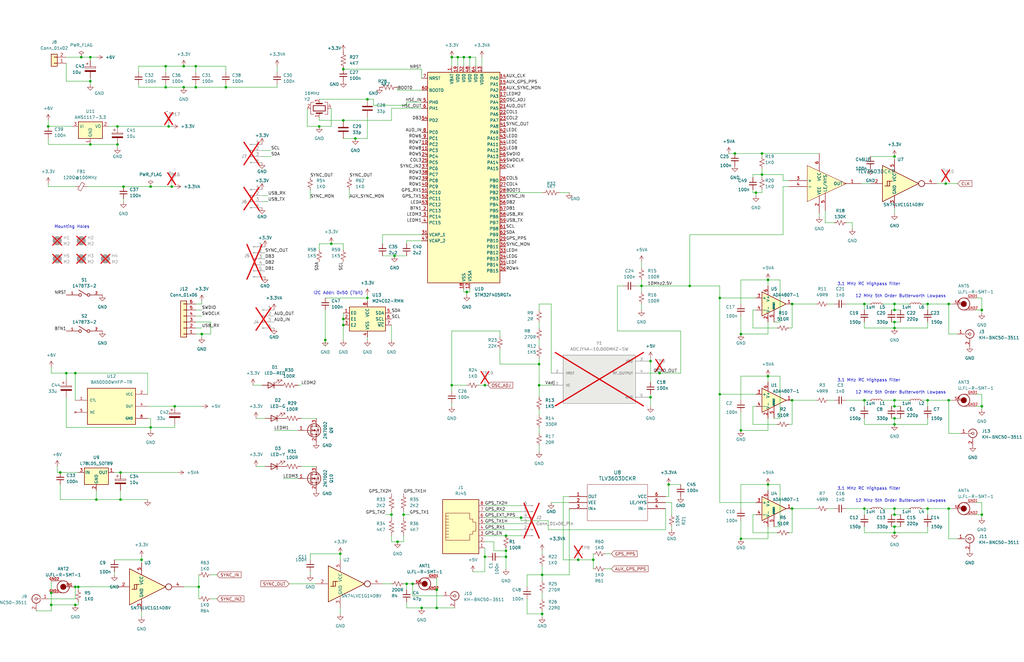
<source format=kicad_sch>
(kicad_sch (version 20230121) (generator eeschema)
  (paper "B")
  (title_block (title "Clock") (rev "V7") (company "Cullen Jennings"))
  (junction (at 144.78 134.62))
  (junction (at 274.32 152.4))
  (junction (at 213.36 232.41))
  (junction (at 77.47 27.94))
  (junction (at 377.19 222.25))
  (junction (at 303.53 125.73))
  (junction (at 144.78 137.16))
  (junction (at 391.16 214.63))
  (junction (at 414.02 130.81))
  (junction (at 49.53 60.96))
  (junction (at 38.1 34.29))
  (junction (at 377.19 138.43))
  (junction (at 323.85 204.47))
  (junction (at 193.04 24.13))
  (junction (at 154.94 41.91))
  (junction (at 334.01 168.91))
  (junction (at 204.47 162.56))
  (junction (at 309.88 64.77))
  (junction (at 72.39 78.74))
  (junction (at 219.71 218.44))
  (junction (at 144.78 50.8))
  (junction (at 213.36 234.95))
  (junction (at 27.94 157.48))
  (junction (at 149.86 58.42))
  (junction (at 139.7 102.87))
  (junction (at 377.19 168.91))
  (junction (at 170.18 217.17))
  (junction (at 144.78 29.21))
  (junction (at 303.53 166.37))
  (junction (at 213.36 226.06))
  (junction (at 69.85 36.83))
  (junction (at 21.59 250.19))
  (junction (at 318.77 81.28))
  (junction (at 312.42 140.97))
  (junction (at 63.5 78.74))
  (junction (at 274.32 167.64))
  (junction (at 134.62 53.34))
  (junction (at 77.47 36.83))
  (junction (at 137.16 143.51))
  (junction (at 364.49 128.27))
  (junction (at 377.19 135.89))
  (junction (at 69.85 27.94))
  (junction (at 250.19 236.22))
  (junction (at 71.12 53.34))
  (junction (at 312.42 181.61))
  (junction (at 50.8 210.82))
  (junction (at 167.64 228.6))
  (junction (at 377.19 179.07))
  (junction (at 173.99 246.38))
  (junction (at 227.33 162.56))
  (junction (at 377.19 128.27))
  (junction (at 204.47 234.95))
  (junction (at 31.75 247.65))
  (junction (at 321.31 64.77))
  (junction (at 59.69 236.22))
  (junction (at 400.05 128.27))
  (junction (at 228.6 242.57))
  (junction (at 377.19 224.79))
  (junction (at 40.64 210.82))
  (junction (at 364.49 168.91))
  (junction (at 377.19 171.45))
  (junction (at 377.19 66.04))
  (junction (at 334.01 214.63))
  (junction (at 82.55 27.94))
  (junction (at 400.05 168.91))
  (junction (at 82.55 36.83))
  (junction (at 184.15 256.54))
  (junction (at 321.31 73.66))
  (junction (at 414.02 171.45))
  (junction (at 281.94 204.47))
  (junction (at 227.33 153.67))
  (junction (at 414.02 217.17))
  (junction (at 243.84 236.22))
  (junction (at 190.5 162.56))
  (junction (at 143.51 233.68))
  (junction (at 400.05 214.63))
  (junction (at 377.19 217.17))
  (junction (at 364.49 214.63))
  (junction (at 20.32 53.34))
  (junction (at 25.4 199.39))
  (junction (at 73.66 171.45))
  (junction (at 312.42 227.33))
  (junction (at 95.25 36.83))
  (junction (at 377.19 214.63))
  (junction (at 49.53 53.34))
  (junction (at 63.5 180.34))
  (junction (at 83.82 247.65))
  (junction (at 323.85 118.11))
  (junction (at 195.58 24.13))
  (junction (at 31.75 157.48))
  (junction (at 165.1 217.17))
  (junction (at 391.16 168.91))
  (junction (at 278.13 157.48))
  (junction (at 38.1 24.13))
  (junction (at 377.19 176.53))
  (junction (at 377.19 130.81))
  (junction (at 34.29 24.13))
  (junction (at 50.8 199.39))
  (junction (at 198.12 24.13))
  (junction (at 52.07 78.74))
  (junction (at 190.5 24.13))
  (junction (at 228.6 259.08))
  (junction (at 21.59 255.27))
  (junction (at 290.83 120.65))
  (junction (at 270.51 120.65))
  (junction (at 166.37 107.95))
  (junction (at 154.94 125.73))
  (junction (at 323.85 158.75))
  (junction (at 196.85 123.19))
  (junction (at 177.8 256.54))
  (junction (at 391.16 128.27))
  (junction (at 85.09 140.97))
  (junction (at 38.1 60.96))
  (junction (at 31.75 255.27))
  (junction (at 398.78 77.47))
  (junction (at 33.02 247.65))
  (junction (at 334.01 128.27))
  (junction (at 171.45 246.38))
  (junction (at 184.15 248.92))
  (wire (pts (xy 38.1 33.02) (xy 38.1 34.29)))
  (wire (pts (xy 411.48 212.09) (xy 414.02 212.09)))
  (wire (pts (xy 58.42 27.94) (xy 69.85 27.94)))
  (wire (pts (xy 349.25 168.91) (xy 351.79 168.91)))
  (wire (pts (xy 116.84 27.94) (xy 116.84 30.48)))
  (wire (pts (xy 236.22 81.28) (xy 240.03 81.28)))
  (wire (pts (xy 364.49 135.89) (xy 364.49 138.43)))
  (wire (pts (xy 48.26 236.22) (xy 59.69 236.22)))
  (wire (pts (xy 281.94 209.55) (xy 280.67 209.55)))
  (wire (pts (xy 270.51 118.11) (xy 270.51 120.65)))
  (wire (pts (xy 250.19 236.22) (xy 250.19 240.03)))
  (wire (pts (xy 414.02 125.73) (xy 414.02 130.81)))
  (wire (pts (xy 154.94 125.73) (xy 154.94 127)))
  (wire (pts (xy 203.2 24.13) (xy 203.2 27.94)))
  (wire (pts (xy 167.64 38.1) (xy 167.64 36.83)))
  (wire (pts (xy 95.25 27.94) (xy 82.55 27.94)))
  (wire (pts (xy 323.85 140.97) (xy 323.85 135.89)))
  (wire (pts (xy 170.18 228.6) (xy 167.64 228.6)))
  (wire (pts (xy 356.87 214.63) (xy 364.49 214.63)))
  (wire (pts (xy 165.1 45.72) (xy 177.8 45.72)))
  (wire (pts (xy 398.78 77.47) (xy 403.86 77.47)))
  (wire (pts (xy 62.23 171.45) (xy 73.66 171.45)))
  (wire (pts (xy 165.1 215.9) (xy 165.1 217.17)))
  (wire (pts (xy 45.72 53.34) (xy 49.53 53.34)))
  (wire (pts (xy 49.53 60.96) (xy 49.53 62.23)))
  (wire (pts (xy 283.21 222.25) (xy 283.21 223.52)))
  (wire (pts (xy 165.1 137.16) (xy 165.1 143.51)))
  (wire (pts (xy 323.85 118.11) (xy 323.85 120.65)))
  (wire (pts (xy 287.02 139.7) (xy 260.35 139.7)))
  (wire (pts (xy 321.31 80.01) (xy 321.31 81.28)))
  (wire (pts (xy 129.54 53.34) (xy 134.62 53.34)))
  (wire (pts (xy 321.31 64.77) (xy 345.44 64.77)))
  (wire (pts (xy 69.85 27.94) (xy 77.47 27.94)))
  (wire (pts (xy 27.94 34.29) (xy 38.1 34.29)))
  (wire (pts (xy 199.39 241.3) (xy 204.47 241.3)))
  (wire (pts (xy 127 196.85) (xy 133.35 196.85)))
  (wire (pts (xy 219.71 218.44) (xy 219.71 219.71)))
  (wire (pts (xy 414.02 171.45) (xy 414.02 172.72)))
  (wire (pts (xy 204.47 234.95) (xy 204.47 231.14)))
  (wire (pts (xy 375.92 176.53) (xy 377.19 176.53)))
  (wire (pts (xy 228.6 250.19) (xy 228.6 252.73)))
  (wire (pts (xy 379.73 135.89) (xy 377.19 135.89)))
  (wire (pts (xy 332.74 224.79) (xy 334.01 224.79)))
  (wire (pts (xy 312.42 158.75) (xy 323.85 158.75)))
  (wire (pts (xy 321.31 73.66) (xy 330.2 73.66)))
  (wire (pts (xy 411.48 171.45) (xy 414.02 171.45)))
  (wire (pts (xy 88.9 135.89) (xy 88.9 140.97)))
  (wire (pts (xy 82.55 133.35) (xy 85.09 133.35)))
  (wire (pts (xy 318.77 81.28) (xy 321.31 81.28)))
  (wire (pts (xy 49.53 53.34) (xy 71.12 53.34)))
  (wire (pts (xy 317.5 73.66) (xy 321.31 73.66)))
  (wire (pts (xy 227.33 153.67) (xy 227.33 162.56)))
  (wire (pts (xy 95.25 30.48) (xy 95.25 27.94)))
  (wire (pts (xy 121.92 246.38) (xy 133.35 246.38)))
  (wire (pts (xy 170.18 215.9) (xy 170.18 217.17)))
  (wire (pts (xy 107.95 196.85) (xy 111.76 196.85)))
  (wire (pts (xy 143.51 233.68) (xy 143.51 236.22)))
  (wire (pts (xy 173.99 251.46) (xy 173.99 246.38)))
  (wire (pts (xy 270.51 128.27) (xy 270.51 130.81)))
  (wire (pts (xy 210.82 153.67) (xy 227.33 153.67)))
  (wire (pts (xy 309.88 64.77) (xy 321.31 64.77)))
  (wire (pts (xy 334.01 128.27) (xy 344.17 128.27)))
  (wire (pts (xy 274.32 151.13) (xy 274.32 152.4)))
  (wire (pts (xy 110.49 85.09) (xy 113.03 85.09)))
  (wire (pts (xy 82.55 138.43) (xy 85.09 138.43)))
  (wire (pts (xy 377.19 135.89) (xy 377.19 138.43)))
  (wire (pts (xy 414.02 130.81) (xy 414.02 132.08)))
  (wire (pts (xy 334.01 179.07) (xy 334.01 168.91)))
  (wire (pts (xy 303.53 125.73) (xy 318.77 125.73)))
  (wire (pts (xy 85.09 140.97) (xy 85.09 142.24)))
  (wire (pts (xy 312.42 128.27) (xy 312.42 118.11)))
  (wire (pts (xy 274.32 166.37) (xy 274.32 167.64)))
  (wire (pts (xy 171.45 254) (xy 171.45 256.54)))
  (wire (pts (xy 270.51 120.65) (xy 290.83 120.65)))
  (wire (pts (xy 330.2 78.74) (xy 332.74 78.74)))
  (wire (pts (xy 88.9 242.57) (xy 91.44 242.57)))
  (wire (pts (xy 184.15 248.92) (xy 184.15 256.54)))
  (wire (pts (xy 27.94 167.64) (xy 27.94 180.34)))
  (wire (pts (xy 219.71 219.71) (xy 231.14 219.71)))
  (wire (pts (xy 213.36 232.41) (xy 213.36 234.95)))
  (wire (pts (xy 213.36 231.14) (xy 213.36 232.41)))
  (wire (pts (xy 367.03 168.91) (xy 364.49 168.91)))
  (wire (pts (xy 137.16 125.73) (xy 154.94 125.73)))
  (wire (pts (xy 332.74 76.2) (xy 330.2 76.2)))
  (wire (pts (xy 134.62 41.91) (xy 154.94 41.91)))
  (wire (pts (xy 170.18 217.17) (xy 170.18 218.44)))
  (wire (pts (xy 144.78 29.21) (xy 177.8 29.21)))
  (wire (pts (xy 267.97 120.65) (xy 270.51 120.65)))
  (wire (pts (xy 190.5 162.56) (xy 190.5 165.1)))
  (wire (pts (xy 400.05 168.91) (xy 401.32 168.91)))
  (wire (pts (xy 171.45 44.45) (xy 171.45 43.18)))
  (wire (pts (xy 165.1 45.72) (xy 165.1 50.8)))
  (wire (pts (xy 240.03 214.63) (xy 240.03 242.57)))
  (wire (pts (xy 50.8 199.39) (xy 74.93 199.39)))
  (wire (pts (xy 400.05 227.33) (xy 400.05 214.63)))
  (wire (pts (xy 27.94 26.67) (xy 27.94 34.29)))
  (wire (pts (xy 58.42 36.83) (xy 69.85 36.83)))
  (wire (pts (xy 356.87 93.98) (xy 359.41 93.98)))
  (wire (pts (xy 391.16 168.91) (xy 391.16 171.45)))
  (wire (pts (xy 147.32 80.01) (xy 147.32 83.82)))
  (wire (pts (xy 177.8 101.6) (xy 171.45 101.6)))
  (wire (pts (xy 165.1 50.8) (xy 144.78 50.8)))
  (wire (pts (xy 273.05 167.64) (xy 274.32 167.64)))
  (wire (pts (xy 375.92 171.45) (xy 377.19 171.45)))
  (wire (pts (xy 25.4 199.39) (xy 24.13 199.39)))
  (wire (pts (xy 391.16 176.53) (xy 391.16 179.07)))
  (wire (pts (xy 161.29 99.06) (xy 177.8 99.06)))
  (wire (pts (xy 400.05 182.88) (xy 400.05 168.91)))
  (wire (pts (xy 228.6 259.08) (xy 228.6 260.35)))
  (wire (pts (xy 52.07 83.82) (xy 52.07 85.09)))
  (wire (pts (xy 312.42 140.97) (xy 323.85 140.97)))
  (wire (pts (xy 31.75 252.73) (xy 31.75 247.65)))
  (wire (pts (xy 326.39 222.25) (xy 328.93 222.25)))
  (wire (pts (xy 363.22 77.47) (xy 367.03 77.47)))
  (wire (pts (xy 228.6 232.41) (xy 228.6 233.68)))
  (wire (pts (xy 227.33 172.72) (xy 227.33 175.26)))
  (wire (pts (xy 196.85 124.46) (xy 196.85 123.19)))
  (wire (pts (xy 63.5 181.61) (xy 63.5 180.34)))
  (wire (pts (xy 154.94 49.53) (xy 154.94 58.42)))
  (wire (pts (xy 317.5 171.45) (xy 318.77 171.45)))
  (wire (pts (xy 170.18 226.06) (xy 170.18 228.6)))
  (wire (pts (xy 198.12 24.13) (xy 200.66 24.13)))
  (wire (pts (xy 36.83 78.74) (xy 52.07 78.74)))
  (wire (pts (xy 250.19 233.68) (xy 250.19 236.22)))
  (wire (pts (xy 364.49 168.91) (xy 364.49 171.45)))
  (wire (pts (xy 345.44 90.17) (xy 345.44 91.44)))
  (wire (pts (xy 129.54 45.72) (xy 129.54 53.34)))
  (wire (pts (xy 327.66 138.43) (xy 317.5 138.43)))
  (wire (pts (xy 20.32 252.73) (xy 31.75 252.73)))
  (wire (pts (xy 318.77 166.37) (xy 303.53 166.37)))
  (wire (pts (xy 198.12 121.92) (xy 198.12 123.19)))
  (wire (pts (xy 27.94 157.48) (xy 31.75 157.48)))
  (wire (pts (xy 330.2 99.06) (xy 330.2 78.74)))
  (wire (pts (xy 88.9 252.73) (xy 91.44 252.73)))
  (wire (pts (xy 403.86 140.97) (xy 400.05 140.97)))
  (wire (pts (xy 204.47 162.56) (xy 205.74 162.56)))
  (wire (pts (xy 161.29 246.38) (xy 165.1 246.38)))
  (wire (pts (xy 280.67 223.52) (xy 231.14 223.52)))
  (wire (pts (xy 82.55 128.27) (xy 85.09 128.27)))
  (wire (pts (xy 85.09 128.27) (xy 85.09 127)))
  (wire (pts (xy 377.19 222.25) (xy 377.19 224.79)))
  (wire (pts (xy 130.81 233.68) (xy 143.51 233.68)))
  (wire (pts (xy 222.25 247.65) (xy 222.25 242.57)))
  (wire (pts (xy 312.42 173.99) (xy 312.42 181.61)))
  (wire (pts (xy 21.59 154.94) (xy 21.59 157.48)))
  (wire (pts (xy 210.82 147.32) (xy 210.82 153.67)))
  (wire (pts (xy 201.93 162.56) (xy 204.47 162.56)))
  (wire (pts (xy 323.85 181.61) (xy 323.85 176.53)))
  (wire (pts (xy 364.49 224.79) (xy 377.19 224.79)))
  (wire (pts (xy 27.94 180.34) (xy 63.5 180.34)))
  (wire (pts (xy 172.72 217.17) (xy 170.18 217.17)))
  (wire (pts (xy 317.5 179.07) (xy 317.5 171.45)))
  (wire (pts (xy 411.48 125.73) (xy 414.02 125.73)))
  (wire (pts (xy 171.45 101.6) (xy 171.45 102.87)))
  (wire (pts (xy 210.82 234.95) (xy 213.36 234.95)))
  (wire (pts (xy 144.78 137.16) (xy 144.78 143.51)))
  (wire (pts (xy 204.47 220.98) (xy 219.71 220.98)))
  (wire (pts (xy 33.02 247.65) (xy 33.02 248.92)))
  (wire (pts (xy 411.48 166.37) (xy 414.02 166.37)))
  (wire (pts (xy 219.71 226.06) (xy 213.36 226.06)))
  (wire (pts (xy 115.57 181.61) (xy 125.73 181.61)))
  (wire (pts (xy 312.42 181.61) (xy 323.85 181.61)))
  (wire (pts (xy 208.28 228.6) (xy 208.28 232.41)))
  (wire (pts (xy 154.94 41.91) (xy 157.48 41.91)))
  (wire (pts (xy 391.16 138.43) (xy 377.19 138.43)))
  (wire (pts (xy 134.62 50.8) (xy 144.78 50.8)))
  (wire (pts (xy 312.42 118.11) (xy 323.85 118.11)))
  (wire (pts (xy 334.01 224.79) (xy 334.01 214.63)))
  (wire (pts (xy 377.19 128.27) (xy 377.19 130.81)))
  (wire (pts (xy 222.25 252.73) (xy 222.25 259.08)))
  (wire (pts (xy 274.32 152.4) (xy 274.32 161.29)))
  (wire (pts (xy 184.15 256.54) (xy 177.8 256.54)))
  (wire (pts (xy 260.35 139.7) (xy 260.35 120.65)))
  (wire (pts (xy 134.62 102.87) (xy 139.7 102.87)))
  (wire (pts (xy 177.8 33.02) (xy 177.8 29.21)))
  (wire (pts (xy 317.5 224.79) (xy 317.5 217.17)))
  (wire (pts (xy 48.26 199.39) (xy 50.8 199.39)))
  (wire (pts (xy 359.41 93.98) (xy 359.41 96.52)))
  (wire (pts (xy 391.16 224.79) (xy 377.19 224.79)))
  (wire (pts (xy 52.07 78.74) (xy 63.5 78.74)))
  (wire (pts (xy 400.05 214.63) (xy 401.32 214.63)))
  (wire (pts (xy 110.49 66.04) (xy 114.3 66.04)))
  (wire (pts (xy 222.25 259.08) (xy 228.6 259.08)))
  (wire (pts (xy 328.93 222.25) (xy 328.93 204.47)))
  (wire (pts (xy 391.16 222.25) (xy 391.16 224.79)))
  (wire (pts (xy 20.32 53.34) (xy 30.48 53.34)))
  (wire (pts (xy 130.81 241.3) (xy 130.81 242.57)))
  (wire (pts (xy 213.36 81.28) (xy 228.6 81.28)))
  (wire (pts (xy 190.5 24.13) (xy 193.04 24.13)))
  (wire (pts (xy 349.25 214.63) (xy 351.79 214.63)))
  (wire (pts (xy 372.11 168.91) (xy 377.19 168.91)))
  (wire (pts (xy 231.14 223.52) (xy 231.14 219.71)))
  (wire (pts (xy 130.81 236.22) (xy 130.81 233.68)))
  (wire (pts (xy 69.85 35.56) (xy 69.85 36.83)))
  (wire (pts (xy 379.73 176.53) (xy 377.19 176.53)))
  (wire (pts (xy 377.19 168.91) (xy 377.19 171.45)))
  (wire (pts (xy 198.12 123.19) (xy 196.85 123.19)))
  (wire (pts (xy 317.5 138.43) (xy 317.5 130.81)))
  (wire (pts (xy 312.42 214.63) (xy 312.42 204.47)))
  (wire (pts (xy 196.85 123.19) (xy 195.58 123.19)))
  (wire (pts (xy 73.66 180.34) (xy 73.66 179.07)))
  (wire (pts (xy 367.03 128.27) (xy 364.49 128.27)))
  (wire (pts (xy 227.33 162.56) (xy 232.41 162.56)))
  (wire (pts (xy 33.02 255.27) (xy 31.75 255.27)))
  (wire (pts (xy 414.02 166.37) (xy 414.02 171.45)))
  (wire (pts (xy 351.79 93.98) (xy 347.98 93.98)))
  (wire (pts (xy 391.16 135.89) (xy 391.16 138.43)))
  (wire (pts (xy 88.9 140.97) (xy 85.09 140.97)))
  (wire (pts (xy 327.66 179.07) (xy 317.5 179.07)))
  (wire (pts (xy 137.16 143.51) (xy 137.16 130.81)))
  (wire (pts (xy 232.41 212.09) (xy 240.03 212.09)))
  (wire (pts (xy 391.16 128.27) (xy 391.16 130.81)))
  (wire (pts (xy 25.4 210.82) (xy 40.64 210.82)))
  (wire (pts (xy 377.19 66.04) (xy 377.19 67.31)))
  (wire (pts (xy 21.59 157.48) (xy 27.94 157.48)))
  (wire (pts (xy 287.02 139.7) (xy 287.02 157.48)))
  (wire (pts (xy 71.12 53.34) (xy 72.39 53.34)))
  (wire (pts (xy 326.39 135.89) (xy 328.93 135.89)))
  (wire (pts (xy 34.29 24.13) (xy 38.1 24.13)))
  (wire (pts (xy 213.36 234.95) (xy 213.36 240.03)))
  (wire (pts (xy 372.11 214.63) (xy 377.19 214.63)))
  (wire (pts (xy 232.41 157.48) (xy 232.41 128.27)))
  (wire (pts (xy 69.85 36.83) (xy 77.47 36.83)))
  (wire (pts (xy 318.77 212.09) (xy 303.53 212.09)))
  (wire (pts (xy 317.5 217.17) (xy 318.77 217.17)))
  (wire (pts (xy 59.69 257.81) (xy 59.69 260.35)))
  (wire (pts (xy 317.5 130.81) (xy 318.77 130.81)))
  (wire (pts (xy 328.93 135.89) (xy 328.93 118.11)))
  (wire (pts (xy 190.5 139.7) (xy 190.5 162.56)))
  (wire (pts (xy 334.01 168.91) (xy 344.17 168.91)))
  (wire (pts (xy 134.62 53.34) (xy 139.7 53.34)))
  (wire (pts (xy 204.47 213.36) (xy 219.71 213.36)))
  (wire (pts (xy 377.19 87.63) (xy 377.19 90.17)))
  (wire (pts (xy 38.1 24.13) (xy 38.1 25.4)))
  (wire (pts (xy 312.42 219.71) (xy 312.42 227.33)))
  (wire (pts (xy 250.19 236.22) (xy 243.84 236.22)))
  (wire (pts (xy 303.53 120.65) (xy 303.53 125.73)))
  (wire (pts (xy 154.94 124.46) (xy 154.94 125.73)))
  (wire (pts (xy 134.62 105.41) (xy 134.62 102.87)))
  (wire (pts (xy 106.68 162.56) (xy 110.49 162.56)))
  (wire (pts (xy 364.49 138.43) (xy 377.19 138.43)))
  (wire (pts (xy 274.32 167.64) (xy 274.32 171.45)))
  (wire (pts (xy 270.51 110.49) (xy 270.51 113.03)))
  (wire (pts (xy 364.49 176.53) (xy 364.49 179.07)))
  (wire (pts (xy 323.85 204.47) (xy 323.85 207.01)))
  (wire (pts (xy 318.77 81.28) (xy 317.5 81.28)))
  (wire (pts (xy 82.55 27.94) (xy 82.55 30.48)))
  (wire (pts (xy 190.5 162.56) (xy 196.85 162.56)))
  (wire (pts (xy 77.47 247.65) (xy 83.82 247.65)))
  (wire (pts (xy 165.1 226.06) (xy 165.1 228.6)))
  (wire (pts (xy 95.25 35.56) (xy 95.25 36.83)))
  (wire (pts (xy 312.42 227.33) (xy 323.85 227.33)))
  (wire (pts (xy 59.69 234.95) (xy 59.69 236.22)))
  (wire (pts (xy 63.5 176.53) (xy 63.5 180.34)))
  (wire (pts (xy 210.82 139.7) (xy 210.82 142.24)))
  (wire (pts (xy 388.62 214.63) (xy 391.16 214.63)))
  (wire (pts (xy 73.66 171.45) (xy 85.09 171.45)))
  (wire (pts (xy 281.94 204.47) (xy 287.02 204.47)))
  (wire (pts (xy 40.64 207.01) (xy 40.64 210.82)))
  (wire (pts (xy 20.32 78.74) (xy 31.75 78.74)))
  (wire (pts (xy 31.75 168.91) (xy 31.75 157.48)))
  (wire (pts (xy 25.4 199.39) (xy 33.02 199.39)))
  (wire (pts (xy 349.25 128.27) (xy 351.79 128.27)))
  (wire (pts (xy 110.49 82.55) (xy 113.03 82.55)))
  (wire (pts (xy 204.47 218.44) (xy 219.71 218.44)))
  (wire (pts (xy 391.16 214.63) (xy 400.05 214.63)))
  (wire (pts (xy 391.16 128.27) (xy 400.05 128.27)))
  (wire (pts (xy 59.69 236.22) (xy 59.69 237.49)))
  (wire (pts (xy 82.55 130.81) (xy 85.09 130.81)))
  (wire (pts (xy 356.87 128.27) (xy 364.49 128.27)))
  (wire (pts (xy 204.47 228.6) (xy 208.28 228.6)))
  (wire (pts (xy 228.6 257.81) (xy 228.6 259.08)))
  (wire (pts (xy 162.56 217.17) (xy 165.1 217.17)))
  (wire (pts (xy 107.95 176.53) (xy 111.76 176.53)))
  (wire (pts (xy 391.16 179.07) (xy 377.19 179.07)))
  (wire (pts (xy 83.82 247.65) (xy 83.82 252.73)))
  (wire (pts (xy 20.32 50.8) (xy 20.32 53.34)))
  (wire (pts (xy 195.58 123.19) (xy 195.58 121.92)))
  (wire (pts (xy 116.84 35.56) (xy 116.84 36.83)))
  (wire (pts (xy 332.74 138.43) (xy 334.01 138.43)))
  (wire (pts (xy 27.94 160.02) (xy 27.94 157.48)))
  (wire (pts (xy 204.47 215.9) (xy 219.71 215.9)))
  (wire (pts (xy 273.05 157.48) (xy 278.13 157.48)))
  (wire (pts (xy 33.02 247.65) (xy 49.53 247.65)))
  (wire (pts (xy 391.16 214.63) (xy 391.16 217.17)))
  (wire (pts (xy 21.59 245.11) (xy 21.59 250.19)))
  (wire (pts (xy 69.85 27.94) (xy 69.85 30.48)))
  (wire (pts (xy 326.39 176.53) (xy 328.93 176.53)))
  (wire (pts (xy 63.5 176.53) (xy 62.23 176.53)))
  (wire (pts (xy 144.78 102.87) (xy 139.7 102.87)))
  (wire (pts (xy 391.16 168.91) (xy 400.05 168.91)))
  (wire (pts (xy 273.05 152.4) (xy 274.32 152.4)))
  (wire (pts (xy 377.19 176.53) (xy 377.19 179.07)))
  (wire (pts (xy 25.4 204.47) (xy 25.4 210.82)))
  (wire (pts (xy 50.8 207.01) (xy 50.8 210.82)))
  (wire (pts (xy 31.75 255.27) (xy 21.59 255.27)))
  (wire (pts (xy 63.5 78.74) (xy 72.39 78.74)))
  (wire (pts (xy 165.1 217.17) (xy 165.1 218.44)))
  (wire (pts (xy 334.01 214.63) (xy 344.17 214.63)))
  (wire (pts (xy 232.41 128.27) (xy 227.33 128.27)))
  (wire (pts (xy 379.73 222.25) (xy 377.19 222.25)))
  (wire (pts (xy 50.8 210.82) (xy 40.64 210.82)))
  (wire (pts (xy 280.67 212.09) (xy 283.21 212.09)))
  (wire (pts (xy 125.73 162.56) (xy 127 162.56)))
  (wire (pts (xy 144.78 134.62) (xy 144.78 137.16)))
  (wire (pts (xy 20.32 58.42) (xy 20.32 60.96)))
  (wire (pts (xy 82.55 135.89) (xy 88.9 135.89)))
  (wire (pts (xy 278.13 157.48) (xy 287.02 157.48)))
  (wire (pts (xy 377.19 214.63) (xy 383.54 214.63)))
  (wire (pts (xy 228.6 242.57) (xy 228.6 245.11)))
  (wire (pts (xy 143.51 256.54) (xy 143.51 259.08)))
  (wire (pts (xy 38.1 34.29) (xy 38.1 35.56)))
  (wire (pts (xy 372.11 128.27) (xy 377.19 128.27)))
  (wire (pts (xy 394.97 77.47) (xy 398.78 77.47)))
  (wire (pts (xy 193.04 24.13) (xy 193.04 27.94)))
  (wire (pts (xy 171.45 43.18) (xy 177.8 43.18)))
  (wire (pts (xy 171.45 246.38) (xy 173.99 246.38)))
  (wire (pts (xy 364.49 214.63) (xy 364.49 217.17)))
  (wire (pts (xy 204.47 226.06) (xy 213.36 226.06)))
  (wire (pts (xy 367.03 66.04) (xy 377.19 66.04)))
  (wire (pts (xy 388.62 168.91) (xy 391.16 168.91)))
  (wire (pts (xy 334.01 138.43) (xy 334.01 128.27)))
  (wire (pts (xy 332.74 179.07) (xy 334.01 179.07)))
  (wire (pts (xy 388.62 128.27) (xy 391.16 128.27)))
  (wire (pts (xy 367.03 214.63) (xy 364.49 214.63)))
  (wire (pts (xy 411.48 217.17) (xy 414.02 217.17)))
  (wire (pts (xy 400.05 140.97) (xy 400.05 128.27)))
  (wire (pts (xy 312.42 168.91) (xy 312.42 158.75)))
  (wire (pts (xy 137.16 146.05) (xy 137.16 143.51)))
  (wire (pts (xy 171.45 246.38) (xy 171.45 248.92)))
  (wire (pts (xy 227.33 135.89) (xy 227.33 138.43)))
  (wire (pts (xy 154.94 142.24) (xy 154.94 143.51)))
  (wire (pts (xy 364.49 222.25) (xy 364.49 224.79)))
  (wire (pts (xy 38.1 60.96) (xy 49.53 60.96)))
  (wire (pts (xy 227.33 162.56) (xy 227.33 167.64)))
  (wire (pts (xy 317.5 74.93) (xy 317.5 73.66)))
  (wire (pts (xy 356.87 168.91) (xy 364.49 168.91)))
  (wire (pts (xy 21.59 257.81) (xy 21.59 255.27)))
  (wire (pts (xy 204.47 241.3) (xy 204.47 234.95)))
  (wire (pts (xy 161.29 107.95) (xy 166.37 107.95)))
  (wire (pts (xy 290.83 99.06) (xy 330.2 99.06)))
  (wire (pts (xy 144.78 58.42) (xy 149.86 58.42)))
  (wire (pts (xy 227.33 128.27) (xy 227.33 130.81)))
  (wire (pts (xy 48.26 241.3) (xy 48.26 242.57)))
  (wire (pts (xy 237.49 236.22) (xy 243.84 236.22)))
  (wire (pts (xy 328.93 118.11) (xy 323.85 118.11)))
  (wire (pts (xy 184.15 256.54) (xy 191.77 256.54)))
  (wire (pts (xy 213.36 232.41) (xy 208.28 232.41)))
  (wire (pts (xy 347.98 88.9) (xy 347.98 93.98)))
  (wire (pts (xy 134.62 49.53) (xy 134.62 50.8)))
  (wire (pts (xy 323.85 227.33) (xy 323.85 222.25)))
  (wire (pts (xy 328.93 176.53) (xy 328.93 158.75)))
  (wire (pts (xy 281.94 204.47) (xy 281.94 209.55)))
  (wire (pts (xy 240.03 209.55) (xy 237.49 209.55)))
  (wire (pts (xy 198.12 24.13) (xy 198.12 27.94)))
  (wire (pts (xy 270.51 120.65) (xy 270.51 123.19)))
  (wire (pts (xy 309.88 64.77) (xy 307.34 64.77)))
  (wire (pts (xy 283.21 212.09) (xy 283.21 217.17)))
  (wire (pts (xy 157.48 41.91) (xy 157.48 44.45)))
  (wire (pts (xy 83.82 242.57) (xy 83.82 247.65)))
  (wire (pts (xy 177.8 38.1) (xy 167.64 38.1)))
  (wire (pts (xy 31.75 247.65) (xy 33.02 247.65)))
  (wire (pts (xy 312.42 133.35) (xy 312.42 140.97)))
  (wire (pts (xy 110.49 63.5) (xy 114.3 63.5)))
  (wire (pts (xy 24.13 196.85) (xy 24.13 199.39)))
  (wire (pts (xy 377.19 217.17) (xy 379.73 217.17)))
  (wire (pts (xy 190.5 139.7) (xy 210.82 139.7)))
  (wire (pts (xy 414.02 212.09) (xy 414.02 217.17)))
  (wire (pts (xy 364.49 179.07) (xy 377.19 179.07)))
  (wire (pts (xy 227.33 180.34) (xy 227.33 182.88)))
  (wire (pts (xy 130.81 80.01) (xy 130.81 83.82)))
  (wire (pts (xy 166.37 107.95) (xy 171.45 107.95)))
  (wire (pts (xy 237.49 209.55) (xy 237.49 236.22)))
  (wire (pts (xy 375.92 222.25) (xy 377.19 222.25)))
  (wire (pts (xy 77.47 36.83) (xy 82.55 36.83)))
  (wire (pts (xy 375.92 135.89) (xy 377.19 135.89)))
  (wire (pts (xy 260.35 120.65) (xy 262.89 120.65)))
  (wire (pts (xy 15.24 257.81) (xy 21.59 257.81)))
  (wire (pts (xy 414.02 217.17) (xy 414.02 218.44)))
  (wire (pts (xy 377.19 130.81) (xy 379.73 130.81)))
  (wire (pts (xy 400.05 128.27) (xy 401.32 128.27)))
  (wire (pts (xy 27.94 24.13) (xy 34.29 24.13)))
  (wire (pts (xy 177.8 256.54) (xy 171.45 256.54)))
  (wire (pts (xy 63.5 180.34) (xy 73.66 180.34)))
  (wire (pts (xy 119.38 201.93) (xy 125.73 201.93)))
  (wire (pts (xy 31.75 157.48) (xy 62.23 157.48)))
  (wire (pts (xy 312.42 204.47) (xy 323.85 204.47)))
  (wire (pts (xy 364.49 128.27) (xy 364.49 130.81)))
  (wire (pts (xy 240.03 242.57) (xy 228.6 242.57)))
  (wire (pts (xy 303.53 166.37) (xy 303.53 125.73)))
  (wire (pts (xy 165.1 228.6) (xy 167.64 228.6)))
  (wire (pts (xy 82.55 27.94) (xy 77.47 27.94)))
  (wire (pts (xy 330.2 73.66) (xy 330.2 76.2)))
  (wire (pts (xy 72.39 78.74) (xy 73.66 78.74)))
  (wire (pts (xy 40.64 24.13) (xy 38.1 24.13)))
  (wire (pts (xy 190.5 24.13) (xy 190.5 27.94)))
  (wire (pts (xy 222.25 242.57) (xy 228.6 242.57)))
  (wire (pts (xy 227.33 143.51) (xy 227.33 146.05)))
  (wire (pts (xy 290.83 99.06) (xy 290.83 120.65)))
  (wire (pts (xy 327.66 224.79) (xy 317.5 224.79)))
  (wire (pts (xy 411.48 130.81) (xy 414.02 130.81)))
  (wire (pts (xy 193.04 24.13) (xy 195.58 24.13)))
  (wire (pts (xy 228.6 238.76) (xy 228.6 242.57)))
  (wire (pts (xy 318.77 81.28) (xy 318.77 82.55)))
  (wire (pts (xy 33.02 254) (xy 33.02 255.27)))
  (wire (pts (xy 255.27 233.68) (xy 257.81 233.68)))
  (wire (pts (xy 375.92 217.17) (xy 377.19 217.17)))
  (wire (pts (xy 303.53 212.09) (xy 303.53 166.37)))
  (wire (pts (xy 321.31 64.77) (xy 321.31 66.04)))
  (wire (pts (xy 321.31 74.93) (xy 321.31 73.66)))
  (wire (pts (xy 377.19 214.63) (xy 377.19 217.17)))
  (wire (pts (xy 21.59 255.27) (xy 21.59 250.19)))
  (wire (pts (xy 323.85 158.75) (xy 323.85 161.29)))
  (wire (pts (xy 280.67 214.63) (xy 280.67 223.52)))
  (wire (pts (xy 144.78 105.41) (xy 144.78 102.87)))
  (wire (pts (xy 227.33 187.96) (xy 227.33 190.5)))
  (wire (pts (xy 377.19 128.27) (xy 383.54 128.27)))
  (wire (pts (xy 377.19 171.45) (xy 379.73 171.45)))
  (wire (pts (xy 139.7 45.72) (xy 139.7 53.34)))
  (wire (pts (xy 184.15 243.84) (xy 184.15 248.92)))
  (wire (pts (xy 186.69 251.46) (xy 173.99 251.46)))
  (wire (pts (xy 62.23 157.48) (xy 62.23 166.37)))
  (wire (pts (xy 58.42 30.48) (xy 58.42 27.94)))
  (wire (pts (xy 255.27 240.03) (xy 257.81 240.03)))
  (wire (pts (xy 377.19 168.91) (xy 383.54 168.91)))
  (wire (pts (xy 144.78 132.08) (xy 144.78 134.62)))
  (wire (pts (xy 204.47 234.95) (xy 205.74 234.95)))
  (wire (pts (xy 204.47 223.52) (xy 219.71 223.52)))
  (wire (pts (xy 190.5 170.18) (xy 190.5 171.45)))
  (wire (pts (xy 405.13 182.88) (xy 400.05 182.88)))
  (wire (pts (xy 170.18 246.38) (xy 171.45 246.38)))
  (wire (pts (xy 403.86 227.33) (xy 400.05 227.33)))
  (wire (pts (xy 157.48 44.45) (xy 171.45 44.45)))
  (wire (pts (xy 375.92 130.81) (xy 377.19 130.81)))
  (wire (pts (xy 317.5 80.01) (xy 317.5 81.28)))
  (wire (pts (xy 328.93 204.47) (xy 323.85 204.47)))
  (wire (pts (xy 328.93 158.75) (xy 323.85 158.75)))
  (wire (pts (xy 58.42 35.56) (xy 58.42 36.83)))
  (wire (pts (xy 195.58 24.13) (xy 195.58 27.94)))
  (wire (pts (xy 20.32 77.47) (xy 20.32 78.74)))
  (wire (pts (xy 290.83 120.65) (xy 303.53 120.65)))
  (wire (pts (xy 321.31 71.12) (xy 321.31 73.66)))
  (wire (pts (xy 127 176.53) (xy 133.35 176.53)))
  (wire (pts (xy 161.29 102.87) (xy 161.29 99.06)))
  (wire (pts (xy 62.23 210.82) (xy 50.8 210.82)))
  (wire (pts (xy 227.33 151.13) (xy 227.33 153.67)))
  (wire (pts (xy 20.32 60.96) (xy 38.1 60.96)))
  (wire (pts (xy 195.58 24.13) (xy 198.12 24.13)))
  (wire (pts (xy 82.55 35.56) (xy 82.55 36.83)))
  (wire (pts (xy 200.66 27.94) (xy 200.66 24.13)))
  (wire (pts (xy 82.55 36.83) (xy 95.25 36.83)))
  (wire (pts (xy 82.55 140.97) (xy 85.09 140.97)))
  (wire (pts (xy 154.94 58.42) (xy 149.86 58.42)))
  (wire (pts (xy 95.25 36.83) (xy 116.84 36.83)))
  (text "3.1 MHz RC Highpass filter" (at 353.06 161.29 0) (effects (font (size 1.27 1.27)) (justify left bottom)))
  (text "3.1 MHz RC Highpass filter" (at 353.06 120.65 0) (effects (font (size 1.27 1.27)) (justify left bottom)))
  (text "12 MHz 5th Order Butterworth Lowpass" (at 360.68 212.09 0) (effects (font (size 1.27 1.27)) (justify left bottom)))
  (text "12 MHz 5th Order Butterworth Lowpass" (at 360.68 166.37 0) (effects (font (size 1.27 1.27)) (justify left bottom)))
  (text "12 MHz 5th Order Butterworth Lowpass" (at 360.68 125.73 0) (effects (font (size 1.27 1.27)) (justify left bottom)))
  (text "3.1 MHz RC Highpass filter" (at 353.06 207.01 0) (effects (font (size 1.27 1.27)) (justify left bottom)))
  (text "I2C Addr: 0x50 (7bit)" (at 132.08 124.46 0) (effects (font (size 1.27 1.27)) (justify left bottom)))
  (text "Mounting Holes" (at 22.86 96.52 0) (effects (font (size 1.27 1.27)) (justify left bottom)))
  (label "AUX_GPS_PPS" (at 213.36 35.56 0))
  (label "SYNC_IN" (at 213.36 83.82 0))
  (label "LEDG" (at 213.36 109.22 0))
  (label "DB1" (at 111.76 114.3 0))
  (label "AUX_SYNC_MON" (at 213.36 38.1 0))
  (label "SDA" (at 134.62 110.49 270))
  (label "LEDM3" (at 119.38 201.93 0))
  (label "SDA" (at 213.36 99.06 0))
  (label "GPS_PPS" (at 213.36 101.6 0))
  (label "COL5" (at 213.36 76.2 0))
  (label "DB3" (at 177.8 50.8 180))
  (label "BOOT1" (at 213.36 81.28 0))
  (label "GPS_TX2H" (at 204.47 213.36 0))
  (label "SYNC_IN2" (at 177.8 71.12 180))
  (label "LEDM1" (at 177.8 93.98 180))
  (label "LEDM2" (at 127 162.56 0))
  (label "GPS_EXT_PPS" (at 204.47 218.44 0))
  (label "SWDIO" (at 85.09 130.81 0))
  (label "GPS_RX1" (at 177.8 81.28 180))
  (label "LEDM3" (at 177.8 91.44 180))
  (label "DB3" (at 111.76 109.22 0))
  (label "ROW6" (at 177.8 58.42 180))
  (label "LEDD" (at 213.36 58.42 0))
  (label "HSE_IN" (at 177.8 43.18 180))
  (label "OCXO_OUT" (at 275.59 157.48 0))
  (label "BTN1" (at 27.94 139.7 180))
  (label "10Mhz2.5V" (at 273.05 120.65 0))
  (label "LEDB" (at 213.36 63.5 0))
  (label "USB_TX" (at 213.36 93.98 0))
  (label "LEDF" (at 213.36 111.76 0))
  (label "AUX_CLK" (at 213.36 33.02 0))
  (label "ROW4" (at 213.36 114.3 0))
  (label "SCL" (at 165.1 134.62 0))
  (label "GPS_TX1H" (at 204.47 220.98 0))
  (label "NRST" (at 172.72 29.21 0))
  (label "SDA" (at 165.1 132.08 0))
  (label "SCL" (at 144.78 110.49 270))
  (label "DB2" (at 111.76 111.76 0))
  (label "LEDC" (at 213.36 60.96 0))
  (label "BOOT0" (at 167.64 38.1 0))
  (label "LEDA" (at 177.8 86.36 180))
  (label "SWDCLK" (at 213.36 68.58 0))
  (label "SYNC_OUT" (at 130.81 74.93 0))
  (label "SYNC_MON" (at 213.36 104.14 0))
  (label "ROW3" (at 177.8 73.66 180))
  (label "USB_TX" (at 113.03 85.09 0))
  (label "NRST" (at 27.94 124.46 180))
  (label "ROW8" (at 177.8 63.5 180))
  (label "CLK" (at 213.36 71.12 0))
  (label "SWDIO" (at 213.36 66.04 0))
  (label "LEDM1" (at 115.57 181.61 0))
  (label "GPS_TX2" (at 162.56 217.17 180))
  (label "ROW1" (at 177.8 78.74 180))
  (label "SCL" (at 114.3 63.5 0))
  (label "GPS_TX1" (at 177.8 83.82 180))
  (label "SYNC_OUT" (at 147.32 74.93 0))
  (label "SYNC_OUT" (at 213.36 53.34 0))
  (label "COL1" (at 213.36 48.26 0))
  (label "LEDM2" (at 213.36 40.64 0))
  (label "Vadj" (at 229.87 162.56 0))
  (label "USB_RX" (at 85.09 138.43 0))
  (label "GPS_TX1" (at 172.72 217.17 0))
  (label "USB_RX" (at 113.03 82.55 0))
  (label "COL3" (at 177.8 68.58 180))
  (label "GPS_TX1H" (at 170.18 208.28 0))
  (label "BTN1" (at 177.8 88.9 180))
  (label "LEDH" (at 213.36 106.68 0))
  (label "SYNC_MON" (at 130.81 83.82 0))
  (label "AUX_SYNC_MON" (at 147.32 83.82 0))
  (label "DB2" (at 213.36 86.36 0))
  (label "USB_RX" (at 213.36 91.44 0))
  (label "AUD_IN" (at 177.8 55.88 180))
  (label "SCL" (at 213.36 96.52 0))
  (label "LEDE" (at 213.36 55.88 0))
  (label "SWDCLK" (at 85.09 133.35 0))
  (label "SDA" (at 114.3 66.04 0))
  (label "AUD_OUT" (at 115.57 133.35 0))
  (label "GPS_EN" (at 204.47 226.06 0))
  (label "AUD_IN" (at 115.57 135.89 0))
  (label "GPS_TX2H" (at 165.1 208.28 180))
  (label "GPS_RX2" (at 204.47 215.9 0))
  (label "GPS_RX1" (at 204.47 223.52 0))
  (label "HSE_OUT" (at 177.8 45.72 180))
  (label "SYNC_OUT" (at 111.76 106.68 0))
  (label "COL4" (at 213.36 78.74 0))
  (label "ROW2" (at 177.8 76.2 180))
  (label "ROW7" (at 177.8 60.96 180))
  (label "OSC_ADJ" (at 213.36 43.18 0))
  (label "COL2" (at 213.36 50.8 0))
  (label "DB1" (at 213.36 88.9 0))
  (label "AUD_OUT" (at 213.36 45.72 0))
  (label "ROW5" (at 177.8 66.04 180))
  (global_label "OSC_ADJ" (shape input) (at 205.74 162.56 0) (property "Intersheetrefs" "${INTERSHEET_REFS}" (effects hide)))
  (global_label "CLK" (shape input) (at 403.86 77.47 0) (property "Intersheetrefs" "${INTERSHEET_REFS}" (effects hide)))
  (global_label "AUX_GPS_PPS" (shape input) (at 257.81 240.03 0) (property "Intersheetrefs" "${INTERSHEET_REFS}" (effects hide)))
  (global_label "SYNC_IN2" (shape input) (at 91.44 252.73 0) (property "Intersheetrefs" "${INTERSHEET_REFS}" (effects hide)))
  (global_label "SYNC_IN" (shape input) (at 91.44 242.57 0) (property "Intersheetrefs" "${INTERSHEET_REFS}" (effects hide)))
  (global_label "GPS_PPS" (shape input) (at 257.81 233.68 0) (property "Intersheetrefs" "${INTERSHEET_REFS}" (effects hide)))
  (global_label "SYNC_OUT" (shape input) (at 121.92 246.38 180) (property "Intersheetrefs" "${INTERSHEET_REFS}" (effects hide)))
  (symbol (lib_id "power:+5V") (at 85.09 171.45 270) (unit 1)
    (property "Reference" "#PWR039" (effects hide))
    (property "Value" "+5V" (at 88.9 171.45 90) (effects (justify left)))
  )
  (symbol (lib_id "power:GND") (at 144.78 34.29 0) (unit 1)
    (property "Reference" "#PWR012" (effects hide))
    (property "Value" "GND" (at 140.97 35.56 0))
  )
  (symbol (lib_id "Device:R_US") (at 144.78 25.4 0) (unit 1)
    (property "Reference" "R27" (at 147.32 24.13 0) (effects (justify left)))
    (property "Value" "4K7" (at 147.32 26.67 0) (effects (justify left)))
    (property "Footprint" "Resistor_SMD:R_0603_1608Metric" (effects hide))
    (property "JLCPCB Part #" "C23162" (effects hide))
  )
  (symbol (lib_id "power:GND") (at 167.64 228.6 0) (unit 1)
    (property "Reference" "#PWR08" (effects hide))
    (property "Value" "GND" (at 167.64 233.68 0))
  )
  (symbol (lib_id "Device:R_Small_US") (at 227.33 148.59 0) (unit 1)
    (property "Reference" "R12" (at 222.25 146.05 0) (effects (justify left)))
    (property "Value" "1K5" (at 222.25 148.59 0) (effects (justify left)))
    (property "Footprint" "Resistor_SMD:R_0805_2012Metric" (effects hide))
    (property "Datasheet" "https://jlcpcb.com/partdetail/Yageo-AC0805FR0751RL/C144556#:~:text=Datasheet-,Download,-Source" (effects hide))
    (property "JLCPCB Part #" "C4310" (effects hide))
  )
  (symbol (lib_id "Device:C_Small") (at 130.81 238.76 0) (unit 1)
    (property "Reference" "C11" (at 125.73 234.95 0) (effects (justify left)))
    (property "Value" "100n" (at 124.46 236.22 0) (effects (justify left)))
    (property "Footprint" "Capacitor_SMD:C_0402_1005Metric" (effects hide))
    (property "Datasheet" "https://www.mouser.ca/datasheet/2/447/UPY_GPHC_X7R_6_3V_to_250V_23-3084653.pdf" (effects hide))
    (property "JLCPCB Part #" "C307331" (effects hide))
  )
  (symbol (lib_id "Connector:Conn_Coaxial") (at 15.24 252.73 0) (mirror y) (unit 1)
    (property "Reference" "J9" (at 11.43 251.7532 0) (effects (justify left)))
    (property "Value" "KH-BNC50-3511" (at 11.43 254.2932 0) (effects (justify left)))
    (property "Footprint" "blinky_footprints:BNC_Amphenol_B6252HB-NPP3G-50_Horizontal-CJ" (effects hide))
    (property "Datasheet" "KH-BNC50-3511.pdf" (effects hide))
    (property "JLCPCB Part #" "C2837587" (effects hide))
    (property "JLCPCB Rotation Offset" "180" (effects hide))
    (property "Sim.Enable" "0" (effects hide))
  )
  (symbol (lib_id "power:+3.3V") (at 106.68 162.56 0) (unit 1)
    (property "Reference" "#PWR076" (effects hide))
    (property "Value" "+3.3V" (at 106.68 157.48 0))
  )
  (symbol (lib_id "Device:C_Small") (at 379.73 219.71 0) (unit 1)
    (property "Reference" "C15" (at 382.27 218.44 0) (effects (justify left)))
    (property "Value" "220p" (at 382.27 220.98 0) (effects (justify left)))
    (property "Footprint" "Capacitor_SMD:C_0603_1608Metric" (effects hide))
    (property "Datasheet" "https://www.mouser.ca/datasheet/2/447/UPY_GPHC_X7R_6_3V_to_250V_23-3084653.pdf" (effects hide))
    (property "JLCPCB Part #" "C1603" (effects hide))
  )
  (symbol (lib_id "blinky:AOCJY4A-10.000MHZ-SW") (at 252.73 160.02 0) (unit 1) (in_bom no) (dnp yes)
    (property "Reference" "Y1" (at 252.73 144.78 0))
    (property "Value" "AOCJY4A-10.000MHZ-SW" (at 252.73 147.32 0))
    (property "Footprint" "blinky_footprints:XTAL_AOCJY4A-10.000MHZ-SW" (effects hide))
    (property "MANUFACTURER" "Abracon" (effects hide))
    (property "JLCPCB Part #" "C1670487" (effects hide))
  )
  (symbol (lib_id "Device:R_Small_US") (at 199.39 162.56 90) (unit 1)
    (property "Reference" "R24" (at 199.39 156.21 90))
    (property "Value" "1K0" (at 199.39 158.75 90))
    (property "Footprint" "Resistor_SMD:R_0603_1608Metric" (effects hide))
    (property "Datasheet" "https://jlcpcb.com/partdetail/Yageo-AC0805FR0751RL/C144556#:~:text=Datasheet-,Download,-Source" (effects hide))
    (property "JLCPCB Part #" "C21190" (effects hide))
  )
  (symbol (lib_id "Connector:Conn_Coaxial") (at 410.21 182.88 0) (unit 1)
    (property "Reference" "J13" (at 414.02 181.9032 0) (effects (justify left)))
    (property "Value" "KH-BNC50-3511" (at 414.02 184.4432 0) (effects (justify left)))
    (property "Footprint" "blinky_footprints:BNC_Amphenol_B6252HB-NPP3G-50_Horizontal-CJ" (effects hide))
    (property "Datasheet" "KH-BNC50-3511.pdf" (effects hide))
    (property "JLCPCB Part #" "C2837587" (effects hide))
    (property "JLCPCB Rotation Offset" "180" (effects hide))
    (property "Sim.Enable" "0" (effects hide))
  )
  (symbol (lib_id "power:GND") (at 270.51 130.81 0) (unit 1)
    (property "Reference" "#PWR016" (effects hide))
    (property "Value" "GND" (at 270.51 135.89 0))
  )
  (symbol (lib_id "power:GND") (at 283.21 223.52 0) (unit 1)
    (property "Reference" "#PWR081" (effects hide))
    (property "Value" "GND" (at 283.21 227.33 0))
  )
  (symbol (lib_id "Mechanical:MountingHole") (at 34.29 101.6 0) (unit 1) (in_bom no) (dnp yes)
    (property "Reference" "H2" (at 36.83 100.33 0) (effects (justify left)))
    (property "Value" "M2" (at 36.83 102.87 0) (effects (justify left)))
    (property "Footprint" "MountingHole:MountingHole_2.2mm_M2" (effects hide))
  )
  (symbol (lib_id "Device:C_Small") (at 379.73 173.99 0) (unit 1)
    (property "Reference" "C6" (at 382.27 172.72 0) (effects (justify left)))
    (property "Value" "220p" (at 382.27 175.26 0) (effects (justify left)))
    (property "Footprint" "Capacitor_SMD:C_0603_1608Metric" (effects hide))
    (property "Datasheet" "https://www.mouser.ca/datasheet/2/447/UPY_GPHC_X7R_6_3V_to_250V_23-3084653.pdf" (effects hide))
    (property "JLCPCB Part #" "C1603" (effects hide))
  )
  (symbol (lib_id "blinky:BA50DD0WHFP-TR") (at 46.99 171.45 0) (unit 1)
    (property "Reference" "U12" (at 46.99 158.75 0))
    (property "Value" "BA50DD0WHFP-TR" (at 46.99 161.29 0))
    (property "Footprint" "blinky_footprints:DPAK172P1054X200-6N" (effects hide))
    (property "Datasheet" "https://jlcpcb.com/partdetail/RohmSemicon-BA50DD0WHFPTR/C509718#:~:text=Datasheet-,Download,-Source" (effects hide))
    (property "MANUFACTURER" "Rohm Semiconductor" (effects hide))
    (property "JLCPCB Position Offset" "-1.5,0" (effects hide))
    (property "JLCPCB Part #" "C509718" (effects hide))
  )
  (symbol (lib_id "Device:C_Small") (at 364.49 173.99 0) (unit 1)
    (property "Reference" "C5" (at 358.14 172.72 0) (effects (justify left)))
    (property "Value" "150p" (at 358.14 176.53 0) (effects (justify left)))
    (property "Footprint" "Capacitor_SMD:C_0603_1608Metric" (effects hide))
    (property "Datasheet" "https://www.mouser.ca/datasheet/2/447/UPY_GPHC_X7R_6_3V_to_250V_23-3084653.pdf" (effects hide))
    (property "JLCPCB Part #" "C1594" (effects hide))
  )
  (symbol (lib_id "power:GND") (at 165.1 143.51 0) (unit 1)
    (property "Reference" "#PWR0114" (effects hide))
    (property "Value" "GND" (at 165.1 148.59 0))
  )
  (symbol (lib_id "power:GND") (at 196.85 124.46 0) (unit 1)
    (property "Reference" "#PWR01" (effects hide))
    (property "Value" "GND" (at 196.85 129.54 0))
  )
  (symbol (lib_id "power:GND") (at 414.02 218.44 0) (unit 1)
    (property "Reference" "#PWR051" (effects hide))
    (property "Value" "GND" (at 414.02 223.52 0))
  )
  (symbol (lib_id "blinky:TLV3603DCKR") (at 240.03 209.55 0) (unit 1)
    (property "Reference" "U8" (at 260.35 199.39 0) (effects (font (size 1.524 1.524))))
    (property "Value" "TLV3603DCKR" (at 260.35 201.93 0) (effects (font (size 1.524 1.524))))
    (property "Footprint" "SC70_DCK_TEX" (effects hide))
    (property "Datasheet" "TLV3603DCKR" (effects hide))
    (property "JLCPCB Part #" "C5213955" (effects hide))
  )
  (symbol (lib_id "Device:C_Small") (at 312.42 217.17 0) (unit 1)
    (property "Reference" "C10" (at 306.07 215.9 0) (effects (justify left)))
    (property "Value" "100n" (at 306.07 219.71 0) (effects (justify left)))
    (property "Footprint" "Capacitor_SMD:C_0402_1005Metric" (effects hide))
    (property "Datasheet" "https://www.mouser.ca/datasheet/2/447/UPY_GPHC_X7R_6_3V_to_250V_23-3084653.pdf" (effects hide))
    (property "JLCPCB Part #" "C307331" (effects hide))
  )
  (symbol (lib_id "power:GND") (at 134.62 53.34 0) (unit 1)
    (property "Reference" "#PWR04" (effects hide))
    (property "Value" "GND" (at 134.62 58.42 0))
  )
  (symbol (lib_id "Device:LED") (at 114.3 162.56 180) (unit 1)
    (property "Reference" "D1" (at 115.8875 154.94 0))
    (property "Value" "LED-RED" (at 115.8875 157.48 0))
    (property "Footprint" "LED_SMD:LED_0603_1608Metric" (effects hide))
    (property "Datasheet" "https://jlcpcb.com/partdetail/liteon-LTSTC190KRKT/C94869#:~:text=Datasheet-,Download,-Source" (effects hide))
    (property "JLCPCB Part #" "C94869" (effects hide))
  )
  (symbol (lib_id "Device:R_Small_US") (at 330.2 138.43 90) (unit 1)
    (property "Reference" "R10" (at 330.2 132.08 90))
    (property "Value" "510R" (at 330.2 134.62 90))
    (property "Footprint" "Resistor_SMD:R_0603_1608Metric" (effects hide))
    (property "Datasheet" "https://jlcpcb.com/partdetail/Yageo-AC0805FR0751RL/C144556#:~:text=Datasheet-,Download,-Source" (effects hide))
    (property "JLCPCB Part #" "C23193" (effects hide))
  )
  (symbol (lib_id "power:+3.3V") (at 144.78 21.59 0) (unit 1)
    (property "Reference" "#PWR013" (effects hide))
    (property "Value" "+3.3V" (at 140.97 20.32 0))
  )
  (symbol (lib_id "Device:C_Small") (at 161.29 105.41 180) (unit 1)
    (property "Reference" "C35" (at 163.83 104.1336 0) (effects (justify right)))
    (property "Value" "2u2" (at 163.83 106.6736 0) (effects (justify right)))
    (property "Footprint" "Capacitor_SMD:C_0603_1608Metric" (effects hide))
    (property "Datasheet" "https://www.mouser.ca/datasheet/2/447/UPY_GPHC_X7R_6_3V_to_250V_23-3084653.pdf" (effects hide))
    (property "JLCPCB Part #" "C23630" (effects hide))
  )
  (symbol (lib_id "power:GND") (at 63.5 181.61 0) (unit 1)
    (property "Reference" "#PWR044" (effects hide))
    (property "Value" "GND" (at 63.5 186.69 0))
  )
  (symbol (lib_id "Device:C_Small") (at 354.33 214.63 270) (unit 1)
    (property "Reference" "C16" (at 354.3236 208.28 90))
    (property "Value" "1n0" (at 354.3236 210.82 90))
    (property "Footprint" "Capacitor_SMD:C_0603_1608Metric" (effects hide))
    (property "Datasheet" "https://www.mouser.ca/datasheet/2/447/UPY_GPHC_X7R_6_3V_to_250V_23-3084653.pdf" (effects hide))
    (property "JLCPCB Part #" "C1588" (effects hide))
  )
  (symbol (lib_id "power:+3.3V") (at 139.7 102.87 0) (unit 1)
    (property "Reference" "#PWR0107" (effects hide))
    (property "Value" "+3.3V" (at 139.7 97.79 0))
  )
  (symbol (lib_id "Amplifier_Operational:ADA4807-1") (at 326.39 168.91 0) (unit 1)
    (property "Reference" "U1" (at 326.39 162.56 0))
    (property "Value" "ADA4807-1" (at 331.47 165.1 0))
    (property "Footprint" "Package_TO_SOT_SMD:SOT-23-6" (effects hide))
    (property "Datasheet" "https://www.analog.com/media/en/technical-documentation/data-sheets/ADA4807-1_4807-2_4807-4.pdf" (effects hide))
    (property "JLCPCB Rotation Offset" "270" (effects hide))
    (property "JLCPCB Part #" "C2058411" (effects hide))
  )
  (symbol (lib_id "Device:R_Small_US") (at 252.73 233.68 270) (unit 1)
    (property "Reference" "R60" (at 252.73 228.6 90))
    (property "Value" "1K0" (at 252.73 231.14 90))
    (property "Footprint" "Resistor_SMD:R_0603_1608Metric" (effects hide))
    (property "Datasheet" "https://jlcpcb.com/partdetail/Yageo-AC0805FR0751RL/C144556#:~:text=Datasheet-,Download,-Source" (effects hide))
    (property "JLCPCB Part #" "C21190" (effects hide))
  )
  (symbol (lib_id "Device:R_Small_US") (at 227.33 133.35 0) (unit 1)
    (property "Reference" "R9" (at 222.25 132.08 0) (effects (justify left)))
    (property "Value" "2R" (at 222.25 134.62 0) (effects (justify left)))
    (property "Footprint" "Resistor_SMD:R_0805_2012Metric" (effects hide))
    (property "Datasheet" "https://jlcpcb.com/partdetail/Yageo-AC0805FR0751RL/C144556#:~:text=Datasheet-,Download,-Source" (effects hide))
    (property "JLCPCB Part #" "C17606" (effects hide))
  )
  (symbol (lib_id "Device:C_Small") (at 265.43 120.65 90) (unit 1)
    (property "Reference" "C24" (at 265.4363 114.3 90))
    (property "Value" "100n" (at 265.4363 116.84 90))
    (property "Footprint" "Capacitor_SMD:C_0603_1608Metric" (effects hide))
    (property "Datasheet" "https://www.mouser.ca/datasheet/2/447/UPY_GPHC_X7R_6_3V_to_250V_23-3084653.pdf" (effects hide))
    (property "JLCPCB Part #" "C14663" (effects hide))
  )
  (symbol (lib_id "power:GND") (at 345.44 91.44 0) (unit 1)
    (property "Reference" "#PWR072" (effects hide))
    (property "Value" "GND" (at 345.44 96.52 0))
  )
  (symbol (lib_id "Device:R_Small_US") (at 227.33 185.42 0) (unit 1)
    (property "Reference" "R17" (at 229.87 184.15 0) (effects (justify left)))
    (property "Value" "20R" (at 229.87 186.69 0) (effects (justify left)))
    (property "Footprint" "Resistor_SMD:R_0805_2012Metric" (effects hide))
    (property "Datasheet" "https://jlcpcb.com/partdetail/Yageo-AC0805FR0751RL/C144556#:~:text=Datasheet-,Download,-Source" (effects hide))
    (property "JLCPCB Part #" "C17544" (effects hide))
  )
  (symbol (lib_id "power:GND") (at 408.94 232.41 0) (unit 1)
    (property "Reference" "#PWR071" (effects hide))
    (property "Value" "GND" (at 408.94 237.49 0))
  )
  (symbol (lib_id "power:GND") (at 213.36 240.03 0) (unit 1)
    (property "Reference" "#PWR055" (effects hide))
    (property "Value" "GND" (at 213.36 245.11 0))
  )
  (symbol (lib_id "power:GND") (at 232.41 212.09 0) (unit 1)
    (property "Reference" "#PWR079" (effects hide))
    (property "Value" "GND" (at 232.41 215.9 0))
  )
  (symbol (lib_id "power:GND") (at 110.49 87.63 0) (unit 1)
    (property "Reference" "#PWR021" (effects hide))
    (property "Value" "GND" (at 110.49 91.44 0))
  )
  (symbol (lib_id "Device:C_Small") (at 171.45 105.41 180) (unit 1)
    (property "Reference" "C40" (at 173.99 104.1336 0) (effects (justify right)))
    (property "Value" "2u2" (at 173.99 106.6736 0) (effects (justify right)))
    (property "Footprint" "Capacitor_SMD:C_0603_1608Metric" (effects hide))
    (property "Datasheet" "https://www.mouser.ca/datasheet/2/447/UPY_GPHC_X7R_6_3V_to_250V_23-3084653.pdf" (effects hide))
    (property "JLCPCB Part #" "C23630" (effects hide))
  )
  (symbol (lib_id "power:+3.3V") (at 20.32 77.47 0) (unit 1)
    (property "Reference" "#PWR052" (effects hide))
    (property "Value" "+3.3V" (at 20.32 72.39 0))
  )
  (symbol (lib_id "Device:R_Small_US") (at 252.73 240.03 90) (unit 1)
    (property "Reference" "R61" (at 252.73 245.11 90))
    (property "Value" "1K0" (at 252.73 242.57 90))
    (property "Footprint" "Resistor_SMD:R_0603_1608Metric" (effects hide))
    (property "Datasheet" "https://jlcpcb.com/partdetail/Yageo-AC0805FR0751RL/C144556#:~:text=Datasheet-,Download,-Source" (effects hide))
    (property "JLCPCB Part #" "C21190" (effects hide))
  )
  (symbol (lib_id "Device:R_Small_US") (at 346.71 214.63 90) (unit 1)
    (property "Reference" "R7" (at 346.71 208.28 90))
    (property "Value" "49R9" (at 346.71 210.82 90))
    (property "Footprint" "Resistor_SMD:R_0603_1608Metric" (effects hide))
    (property "Datasheet" "https://jlcpcb.com/partdetail/Yageo-AC0805FR0751RL/C144556#:~:text=Datasheet-,Download,-Source" (effects hide))
    (property "JLCPCB Part #" "C23185" (effects hide))
  )
  (symbol (lib_id "power:+3.3V") (at 111.76 104.14 0) (unit 1)
    (property "Reference" "#PWR032" (effects hide))
    (property "Value" "+3.3V" (at 111.76 100.33 0))
  )
  (symbol (lib_id "power:+3.3VA") (at 203.2 24.13 0) (unit 1)
    (property "Reference" "#PWR03" (effects hide))
    (property "Value" "+3.3VA" (at 203.2 19.05 0))
  )
  (symbol (lib_id "power:GND") (at 309.88 69.85 0) (unit 1)
    (property "Reference" "#PWR073" (effects hide))
    (property "Value" "GND" (at 309.88 74.93 0))
  )
  (symbol (lib_id "power:GND") (at 52.07 85.09 0) (unit 1)
    (property "Reference" "#PWR053" (effects hide))
    (property "Value" "GND" (at 52.07 90.17 0))
  )
  (symbol (lib_id "Mechanical:MountingHole") (at 44.45 109.22 0) (unit 1) (in_bom no) (dnp yes)
    (property "Reference" "H4" (at 46.99 107.95 0) (effects (justify left)))
    (property "Value" "M2" (at 46.99 110.49 0) (effects (justify left)))
    (property "Footprint" "MountingHole:MountingHole_2.2mm_M2" (effects hide))
  )
  (symbol (lib_id "power:GND") (at 377.19 90.17 0) (unit 1)
    (property "Reference" "#PWR056" (effects hide))
    (property "Value" "GND" (at 377.19 95.25 0))
  )
  (symbol (lib_id "Device:C_Small") (at 48.26 238.76 0) (unit 1)
    (property "Reference" "C9" (at 41.91 237.49 0) (effects (justify left)))
    (property "Value" "100n" (at 41.91 241.3 0) (effects (justify left)))
    (property "Footprint" "Capacitor_SMD:C_0402_1005Metric" (effects hide))
    (property "Datasheet" "https://www.mouser.ca/datasheet/2/447/UPY_GPHC_X7R_6_3V_to_250V_23-3084653.pdf" (effects hide))
    (property "JLCPCB Part #" "C307331" (effects hide))
  )
  (symbol (lib_id "power:GND") (at 43.18 124.46 0) (unit 1)
    (property "Reference" "#PWR0115" (effects hide))
    (property "Value" "GND" (at 43.18 129.54 0))
  )
  (symbol (lib_id "Device:R_Small_US") (at 167.64 246.38 90) (unit 1)
    (property "Reference" "R4" (at 166.37 251.46 90))
    (property "Value" "200R" (at 167.64 248.92 90))
    (property "Footprint" "Resistor_SMD:R_0805_2012Metric" (effects hide))
    (property "Datasheet" "https://jlcpcb.com/partdetail/Yageo-AC0805FR0751RL/C144556#:~:text=Datasheet-,Download,-Source" (effects hide))
    (property "JLCPCB Part #" "C17540" (effects hide))
  )
  (symbol (lib_id "Device:R_Small_US") (at 144.78 107.95 0) (unit 1)
    (property "Reference" "R59" (at 139.7 105.41 0) (effects (justify left)))
    (property "Value" "1K5" (at 139.7 107.95 0) (effects (justify left)))
    (property "Footprint" "Resistor_SMD:R_0603_1608Metric" (effects hide))
    (property "JLCPCB Part #" "C22843" (effects hide))
  )
  (symbol (lib_id "Device:R_US") (at 165.1 222.25 0) (mirror x) (unit 1)
    (property "Reference" "R34" (at 162.56 220.98 0) (effects (justify right)))
    (property "Value" "4K7" (at 162.56 223.52 0) (effects (justify right)))
    (property "Footprint" "Resistor_SMD:R_0603_1608Metric" (effects hide))
    (property "JLCPCB Part #" "C23162" (effects hide))
  )
  (symbol (lib_id "blinky:U.FL-R-SMT-1") (at 179.07 246.38 0) (unit 1)
    (property "Reference" "ANT1" (at 179.07 238.76 0))
    (property "Value" "U.FL-R-SMT-1" (at 179.07 241.3 0))
    (property "Footprint" "blinky_footprints:U.FL-R-SMT-1" (effects hide))
    (property "Datasheet" "https://jlcpcb.com/partdetail/hrs_hirose-U_FL_R_SMT_1_80/C88374#:~:text=Datasheet-,Download,-Source" (effects hide))
    (property "JLCPCB Part #" "C88374" (effects hide))
    (property "JLCPCB Position Offset" "0,-0.75" (effects hide))
    (property "JLCPCB Rotation Offset" "180" (effects hide))
  )
  (symbol (lib_id "Device:R_Small_US") (at 227.33 170.18 0) (unit 1)
    (property "Reference" "R13" (at 229.87 168.91 0) (effects (justify left)))
    (property "Value" "1K5" (at 229.87 171.45 0) (effects (justify left)))
    (property "Footprint" "Resistor_SMD:R_0805_2012Metric" (effects hide))
    (property "Datasheet" "https://jlcpcb.com/partdetail/Yageo-AC0805FR0751RL/C144556#:~:text=Datasheet-,Download,-Source" (effects hide))
    (property "JLCPCB Part #" "C4310" (effects hide))
  )
  (symbol (lib_id "Device:C_Polarized") (at 27.94 163.83 0) (unit 1)
    (property "Reference" "C44" (at 21.59 162.56 0) (effects (justify left)))
    (property "Value" "33u" (at 20.32 165.1 0) (effects (justify left)))
    (property "Footprint" "Capacitor_Tantalum_SMD:CP_EIA-3528-21_Kemet-B" (effects hide))
    (property "JLCPCB Part #" "C128342" (effects hide))
  )
  (symbol (lib_id "power:GND") (at 166.37 107.95 0) (unit 1)
    (property "Reference" "#PWR065" (effects hide))
    (property "Value" "GND" (at 166.37 113.03 0))
  )
  (symbol (lib_id "power:GND") (at 154.94 143.51 0) (unit 1)
    (property "Reference" "#PWR0111" (effects hide))
    (property "Value" "GND" (at 154.94 148.59 0))
  )
  (symbol (lib_id "Device:R_Small_US") (at 346.71 128.27 90) (unit 1)
    (property "Reference" "R11" (at 346.71 121.92 90))
    (property "Value" "49R9" (at 346.71 124.46 90))
    (property "Footprint" "Resistor_SMD:R_0603_1608Metric" (effects hide))
    (property "Datasheet" "https://jlcpcb.com/partdetail/Yageo-AC0805FR0751RL/C144556#:~:text=Datasheet-,Download,-Source" (effects hide))
    (property "JLCPCB Part #" "C23185" (effects hide))
  )
  (symbol (lib_id "power:GND") (at 160.02 36.83 0) (unit 1)
    (property "Reference" "#PWR066" (effects hide))
    (property "Value" "GND" (at 157.48 39.37 0))
  )
  (symbol (lib_id "Device:C_Small") (at 208.28 234.95 90) (unit 1)
    (property "Reference" "C1" (at 207.01 240.03 0) (effects (justify left)))
    (property "Value" "100n" (at 209.55 242.57 0) (effects (justify left)))
    (property "Footprint" "Capacitor_SMD:C_0402_1005Metric" (effects hide))
    (property "Datasheet" "https://www.mouser.ca/datasheet/2/447/UPY_GPHC_X7R_6_3V_to_250V_23-3084653.pdf" (effects hide))
    (property "JLCPCB Part #" "C307331" (effects hide))
  )
  (symbol (lib_id "Device:C_Small") (at 391.16 173.99 180) (unit 1)
    (property "Reference" "C7" (at 396.24 172.72 0) (effects (justify left)))
    (property "Value" "150p" (at 397.51 176.53 0) (effects (justify left)))
    (property "Footprint" "Capacitor_SMD:C_0603_1608Metric" (effects hide))
    (property "Datasheet" "https://www.mouser.ca/datasheet/2/447/UPY_GPHC_X7R_6_3V_to_250V_23-3084653.pdf" (effects hide))
    (property "JLCPCB Part #" "C1594" (effects hide))
  )
  (symbol (lib_id "Device:R_US") (at 232.41 81.28 270) (unit 1)
    (property "Reference" "R32" (at 232.41 77.47 90))
    (property "Value" "4K7" (at 232.41 78.74 90))
    (property "Footprint" "Resistor_SMD:R_0603_1608Metric" (effects hide))
    (property "JLCPCB Part #" "C23162" (effects hide))
  )
  (symbol (lib_id "Device:L_Small") (at 369.57 128.27 90) (unit 1)
    (property "Reference" "L5" (at 372.11 129.54 90))
    (property "Value" "1uH" (at 367.03 129.54 90))
    (property "Footprint" "Inductor_SMD:L_0805_2012Metric" (effects hide))
    (property "JLCPCB Part #" "C1042" (effects hide))
  )
  (symbol (lib_id "Device:R_US") (at 123.19 196.85 90) (unit 1)
    (property "Reference" "R31" (at 123.19 190.5 90))
    (property "Value" "100R" (at 123.19 193.04 90))
    (property "Footprint" "Resistor_SMD:R_0603_1608Metric" (effects hide))
    (property "JLCPCB Part #" "C22775" (effects hide))
  )
  (symbol (lib_id "Device:C_Small") (at 375.92 219.71 0) (unit 1)
    (property "Reference" "C13" (at 369.57 218.44 0) (effects (justify left)))
    (property "Value" "330p" (at 369.57 222.25 0) (effects (justify left)))
    (property "Footprint" "Capacitor_SMD:C_0603_1608Metric" (effects hide))
    (property "Datasheet" "https://www.mouser.ca/datasheet/2/447/UPY_GPHC_X7R_6_3V_to_250V_23-3084653.pdf" (effects hide))
    (property "JLCPCB Part #" "C1664" (effects hide))
  )
  (symbol (lib_id "blinky:U.FL-R-SMT-1") (at 406.4 128.27 0) (unit 1)
    (property "Reference" "ANT5" (at 406.4 120.65 0))
    (property "Value" "U.FL-R-SMT-1" (at 411.48 123.19 0))
    (property "Footprint" "blinky_footprints:U.FL-R-SMT-1" (effects hide))
    (property "Datasheet" "https://jlcpcb.com/partdetail/hrs_hirose-U_FL_R_SMT_1_80/C88374#:~:text=Datasheet-,Download,-Source" (effects hide))
    (property "JLCPCB Part #" "C88374" (effects hide))
    (property "JLCPCB Position Offset" "0,-0.75" (effects hide))
    (property "JLCPCB Rotation Offset" "180" (effects hide))
  )
  (symbol (lib_id "blinky:U.FL-R-SMT-1") (at 406.4 168.91 0) (unit 1)
    (property "Reference" "ANT3" (at 406.4 161.29 0))
    (property "Value" "U.FL-R-SMT-1" (at 411.48 163.83 0))
    (property "Footprint" "blinky_footprints:U.FL-R-SMT-1" (effects hide))
    (property "Datasheet" "https://jlcpcb.com/partdetail/hrs_hirose-U_FL_R_SMT_1_80/C88374#:~:text=Datasheet-,Download,-Source" (effects hide))
    (property "JLCPCB Part #" "C88374" (effects hide))
    (property "JLCPCB Position Offset" "0,-0.75" (effects hide))
    (property "JLCPCB Rotation Offset" "180" (effects hide))
  )
  (symbol (lib_id "power:GND") (at 31.75 255.27 0) (unit 1)
    (property "Reference" "#PWR058" (effects hide))
    (property "Value" "GND" (at 31.75 260.35 0))
  )
  (symbol (lib_id "power:GND") (at 177.8 256.54 0) (unit 1)
    (property "Reference" "#PWR083" (effects hide))
    (property "Value" "GND" (at 177.8 261.62 0))
  )
  (symbol (lib_id "power:GND") (at 318.77 82.55 0) (unit 1)
    (property "Reference" "#PWR025" (effects hide))
    (property "Value" "GND" (at 318.77 87.63 0))
  )
  (symbol (lib_id "Device:Crystal_GND24") (at 134.62 45.72 90) (unit 1)
    (property "Reference" "Y2" (at 129.54 41.91 90))
    (property "Value" "16MHz " (at 132.08 39.37 90))
    (property "Footprint" "Crystal:Crystal_SMD_3225-4Pin_3.2x2.5mm" (effects hide))
    (property "Datasheet" "https://datasheet.lcsc.com/lcsc/2304140030_Yangxing-Tech-X322516MLB4SI_C13738.pdf" (effects hide))
    (property "JLCPCB Part #" "C13738" (effects hide))
  )
  (symbol (lib_id "MCU_ST_STM32F4:STM32F405RGTx") (at 195.58 76.2 0) (unit 1)
    (property "Reference" "U10" (at 200.0759 121.92 0) (effects (justify left)))
    (property "Value" "STM32F405RGTx" (at 200.0759 124.46 0) (effects (justify left)))
    (property "Footprint" "Package_QFP:LQFP-64_10x10mm_P0.5mm" (effects hide))
    (property "Datasheet" "https://www.st.com/resource/en/datasheet/stm32f405rg.pdf" (effects hide))
    (property "JLCPCB Rotation Offset" "270" (effects hide))
    (property "JLCPCB Part #" "C15742" (effects hide))
  )
  (symbol (lib_id "Device:C") (at 154.94 45.72 0) (unit 1)
    (property "Reference" "C28" (at 158.75 44.45 0) (effects (justify left)))
    (property "Value" "33p" (at 158.75 46.99 0) (effects (justify left)))
    (property "Footprint" "Capacitor_SMD:C_0603_1608Metric" (effects hide))
    (property "Datasheet" "https://datasheet.lcsc.com/lcsc/2304140030_Samsung-Electro-Mechanics-CL10C330JB8NNNC_C1663.pdf" (effects hide))
    (property "JLCPCB Part #" "C1663" (effects hide))
  )
  (symbol (lib_id "Device:R_US") (at 121.92 162.56 90) (unit 1)
    (property "Reference" "R30" (at 121.92 156.21 90))
    (property "Value" "100R" (at 121.92 158.75 90))
    (property "Footprint" "Resistor_SMD:R_0603_1608Metric" (effects hide))
    (property "JLCPCB Part #" "C22775" (effects hide))
  )
  (symbol (lib_id "Device:C_Small") (at 69.85 33.02 0) (unit 1)
    (property "Reference" "C36" (at 72.39 31.7563 0) (effects (justify left)))
    (property "Value" "100n" (at 72.39 34.2963 0) (effects (justify left)))
    (property "Footprint" "Capacitor_SMD:C_0402_1005Metric" (effects hide))
    (property "Datasheet" "https://www.mouser.ca/datasheet/2/447/UPY_GPHC_X7R_6_3V_to_250V_23-3084653.pdf" (effects hide))
    (property "JLCPCB Part #" "C307331" (effects hide))
  )
  (symbol (lib_id "Device:C_Small") (at 25.4 201.93 180) (unit 1)
    (property "Reference" "C33" (at 27.94 200.6536 0) (effects (justify right)))
    (property "Value" "100n" (at 27.94 203.1936 0) (effects (justify right)))
    (property "Footprint" "Capacitor_SMD:C_0402_1005Metric" (effects hide))
    (property "Datasheet" "https://www.mouser.ca/datasheet/2/447/UPY_GPHC_X7R_6_3V_to_250V_23-3084653.pdf" (effects hide))
    (property "JLCPCB Part #" "C307331" (effects hide))
  )
  (symbol (lib_id "power:GND") (at 59.69 260.35 0) (unit 1)
    (property "Reference" "#PWR059" (effects hide))
    (property "Value" "GND" (at 59.69 265.43 0))
  )
  (symbol (lib_id "Device:R_Small_US") (at 346.71 168.91 90) (unit 1)
    (property "Reference" "R3" (at 346.71 162.56 90))
    (property "Value" "49R9" (at 346.71 165.1 90))
    (property "Footprint" "Resistor_SMD:R_0603_1608Metric" (effects hide))
    (property "Datasheet" "https://jlcpcb.com/partdetail/Yageo-AC0805FR0751RL/C144556#:~:text=Datasheet-,Download,-Source" (effects hide))
    (property "JLCPCB Part #" "C23185" (effects hide))
  )
  (symbol (lib_id "Transistor_FET:2N7002") (at 130.81 181.61 0) (unit 1)
    (property "Reference" "Q9" (at 139.7 181.61 90))
    (property "Value" "2N7002" (at 137.16 181.61 90))
    (property "Footprint" "Package_TO_SOT_SMD:SOT-23" (effects hide))
    (property "Datasheet" "https://www.onsemi.com/pub/Collateral/NDS7002A-D.PDF" (effects hide))
    (property "JLCPCB Rotation Offset" "180" (effects hide))
    (property "JLCPCB Part #" "C8545" (effects hide))
  )
  (symbol (lib_id "Connector:TestPoint") (at 204.47 162.56 0) (unit 1) (in_bom no) (dnp yes)
    (property "Reference" "TP19" (at 203.2 157.48 0) (effects (justify left)))
    (property "Footprint" "TestPoint:TestPoint_THTPad_D1.5mm_Drill0.7mm" (effects hide))
  )
  (symbol (lib_id "power:+3.3V") (at 377.19 66.04 0) (unit 1)
    (property "Reference" "#PWR029" (effects hide))
    (property "Value" "+3.3V" (at 377.19 60.96 0))
  )
  (symbol (lib_id "Device:C_Polarized") (at 50.8 203.2 0) (unit 1)
    (property "Reference" "C34" (at 54.61 201.041 0) (effects (justify left)))
    (property "Value" "10u" (at 54.61 203.581 0) (effects (justify left)))
    (property "Footprint" "Capacitor_Tantalum_SMD:CP_EIA-3216-18_Kemet-A" (effects hide))
    (property "JLCPCB Part #" "C7171" (effects hide))
  )
  (symbol (lib_id "Regulator_Linear:L78L05_SOT89") (at 40.64 199.39 0) (unit 1)
    (property "Reference" "U9" (at 40.64 193.04 0))
    (property "Value" "L78L05_SOT89" (at 40.64 195.58 0))
    (property "Footprint" "Package_TO_SOT_SMD:SOT-89-3" (effects hide))
    (property "Datasheet" "http://www.st.com/content/ccc/resource/technical/document/datasheet/15/55/e5/aa/23/5b/43/fd/CD00000446.pdf/files/CD00000446.pdf/jcr:content/translations/en.CD00000446.pdf" (effects hide))
    (property "JLCPCB Rotation Offset" "180" (effects hide))
    (property "JLCPCB Part #" "C71136" (effects hide))
    (property "JLCPCB Position Offset" "0.5,0" (effects hide))
  )
  (symbol (lib_id "Connector:TestPoint") (at 398.78 77.47 0) (unit 1) (in_bom no) (dnp yes)
    (property "Reference" "TP10" (at 397.51 72.39 0) (effects (justify left)))
    (property "Value" "~" (at 397.51 71.12 0) (effects (justify left)))
    (property "Footprint" "TestPoint:TestPoint_THTPad_D1.5mm_Drill0.7mm" (effects hide))
  )
  (symbol (lib_id "Device:C_Small") (at 354.33 168.91 270) (unit 1)
    (property "Reference" "C3" (at 354.3236 162.56 90))
    (property "Value" "1n0" (at 354.3236 165.1 90))
    (property "Footprint" "Capacitor_SMD:C_0603_1608Metric" (effects hide))
    (property "Datasheet" "https://www.mouser.ca/datasheet/2/447/UPY_GPHC_X7R_6_3V_to_250V_23-3084653.pdf" (effects hide))
    (property "JLCPCB Part #" "C1588" (effects hide))
  )
  (symbol (lib_id "power:GND") (at 414.02 172.72 0) (unit 1)
    (property "Reference" "#PWR047" (effects hide))
    (property "Value" "GND" (at 414.02 177.8 0))
  )
  (symbol (lib_id "Device:C_Small") (at 312.42 130.81 0) (unit 1)
    (property "Reference" "C17" (at 306.07 129.54 0) (effects (justify left)))
    (property "Value" "100n" (at 306.07 133.35 0) (effects (justify left)))
    (property "Footprint" "Capacitor_SMD:C_0402_1005Metric" (effects hide))
    (property "Datasheet" "https://www.mouser.ca/datasheet/2/447/UPY_GPHC_X7R_6_3V_to_250V_23-3084653.pdf" (effects hide))
    (property "JLCPCB Part #" "C307331" (effects hide))
  )
  (symbol (lib_id "Device:R_Small_US") (at 213.36 228.6 0) (unit 1)
    (property "Reference" "R1" (at 214.63 228.6 0) (effects (justify left)))
    (property "Value" "100R" (at 214.63 231.14 0) (effects (justify left)))
    (property "Footprint" "Resistor_SMD:R_0603_1608Metric" (effects hide))
    (property "Datasheet" "https://jlcpcb.com/partdetail/Yageo-AC0805FR0751RL/C144556#:~:text=Datasheet-,Download,-Source" (effects hide))
    (property "JLCPCB Part #" "C22775" (effects hide))
  )
  (symbol (lib_id "Mechanical:MountingHole") (at 24.13 101.6 0) (unit 1) (in_bom no) (dnp yes)
    (property "Reference" "H1" (at 26.67 100.33 0) (effects (justify left)))
    (property "Value" "M2" (at 26.67 102.87 0) (effects (justify left)))
    (property "Footprint" "MountingHole:MountingHole_2.2mm_M2" (effects hide))
  )
  (symbol (lib_id "power:GND") (at 133.35 186.69 0) (unit 1)
    (property "Reference" "#PWR0117" (effects hide))
    (property "Value" "GND" (at 135.89 187.96 0) (effects (justify left)))
  )
  (symbol (lib_id "Transistor_FET:2N7002") (at 130.81 201.93 0) (unit 1)
    (property "Reference" "Q10" (at 139.7 201.93 90))
    (property "Value" "2N7002" (at 137.16 201.93 90))
    (property "Footprint" "Package_TO_SOT_SMD:SOT-23" (effects hide))
    (property "Datasheet" "https://www.onsemi.com/pub/Collateral/NDS7002A-D.PDF" (effects hide))
    (property "JLCPCB Rotation Offset" "180" (effects hide))
    (property "JLCPCB Part #" "C8545" (effects hide))
  )
  (symbol (lib_id "Device:C_Small") (at 391.16 133.35 180) (unit 1)
    (property "Reference" "C23" (at 396.24 132.08 0) (effects (justify left)))
    (property "Value" "150p" (at 397.51 135.89 0) (effects (justify left)))
    (property "Footprint" "Capacitor_SMD:C_0603_1608Metric" (effects hide))
    (property "Datasheet" "https://www.mouser.ca/datasheet/2/447/UPY_GPHC_X7R_6_3V_to_250V_23-3084653.pdf" (effects hide))
    (property "JLCPCB Part #" "C1594" (effects hide))
  )
  (symbol (lib_id "power:+3.3VA") (at 116.84 27.94 0) (unit 1)
    (property "Reference" "#PWR06" (effects hide))
    (property "Value" "+3.3VA" (at 116.84 22.86 0))
  )
  (symbol (lib_id "Connector:Conn_Coaxial") (at 408.94 140.97 0) (unit 1)
    (property "Reference" "J3" (at 412.75 139.9932 0) (effects (justify left)))
    (property "Value" "KH-BNC50-3511" (at 412.75 142.5332 0) (effects (justify left)))
    (property "Footprint" "blinky_footprints:BNC_Amphenol_B6252HB-NPP3G-50_Horizontal-CJ" (effects hide))
    (property "Datasheet" "KH-BNC50-3511.pdf" (effects hide))
    (property "JLCPCB Part #" "C2837587" (effects hide))
    (property "JLCPCB Rotation Offset" "180" (effects hide))
    (property "Sim.Enable" "0" (effects hide))
  )
  (symbol (lib_id "power:+6V") (at 21.59 154.94 0) (unit 1)
    (property "Reference" "#PWR036" (effects hide))
    (property "Value" "+6V" (at 21.59 149.86 0))
  )
  (symbol (lib_id "Connector_Generic:Conn_01x02") (at 22.86 26.67 180) (unit 1)
    (property "Reference" "J8" (at 22.86 17.78 0))
    (property "Value" "Conn_01x02" (at 22.86 20.32 0))
    (property "Footprint" "Connector_JST:JST_PH_S2B-PH-SM4-TB_1x02-1MP_P2.00mm_Horizontal" (effects hide))
    (property "JLCPCB Part #" "C295747" (effects hide))
  )
  (symbol (lib_id "Device:C_Small") (at 52.07 81.28 180) (unit 1)
    (property "Reference" "C37" (at 54.61 80.0036 0) (effects (justify right)))
    (property "Value" "100n" (at 54.61 82.5436 0) (effects (justify right)))
    (property "Footprint" "Capacitor_SMD:C_0603_1608Metric" (effects hide))
    (property "Datasheet" "https://www.mouser.ca/datasheet/2/447/UPY_GPHC_X7R_6_3V_to_250V_23-3084653.pdf" (effects hide))
    (property "JLCPCB Part #" "C14663" (effects hide))
  )
  (symbol (lib_id "power:GND") (at 228.6 260.35 0) (unit 1)
    (property "Reference" "#PWR057" (effects hide))
    (property "Value" "GND" (at 228.6 264.16 0))
  )
  (symbol (lib_id "Device:LED") (at 115.57 196.85 180) (unit 1)
    (property "Reference" "D3" (at 117.1575 189.23 0))
    (property "Value" "LED-Y" (at 117.1575 191.77 0))
    (property "Footprint" "LED_SMD:LED_0603_1608Metric" (effects hide))
    (property "Datasheet" "https://jlcpcb.com/partdetail/liteon-LTSTC190KRKT/C94869#:~:text=Datasheet-,Download,-Source" (effects hide))
    (property "JLCPCB Part #" "C72038" (effects hide))
  )
  (symbol (lib_id "Device:C_Small") (at 116.84 33.02 0) (unit 1)
    (property "Reference" "C30" (at 119.38 31.7563 0) (effects (justify left)))
    (property "Value" "100n" (at 119.38 34.2963 0) (effects (justify left)))
    (property "Footprint" "Capacitor_SMD:C_0402_1005Metric" (effects hide))
    (property "Datasheet" "https://www.mouser.ca/datasheet/2/447/UPY_GPHC_X7R_6_3V_to_250V_23-3084653.pdf" (effects hide))
    (property "JLCPCB Part #" "C307331" (effects hide))
  )
  (symbol (lib_id "Amplifier_Operational:ADA4807-1") (at 326.39 214.63 0) (unit 1)
    (property "Reference" "U4" (at 326.39 208.28 0))
    (property "Value" "ADA4807-1" (at 331.47 210.82 0))
    (property "Footprint" "Package_TO_SOT_SMD:SOT-23-6" (effects hide))
    (property "Datasheet" "https://www.analog.com/media/en/technical-documentation/data-sheets/ADA4807-1_4807-2_4807-4.pdf" (effects hide))
    (property "JLCPCB Rotation Offset" "270" (effects hide))
    (property "JLCPCB Part #" "C2058411" (effects hide))
  )
  (symbol (lib_id "power:GND") (at 111.76 116.84 0) (unit 1)
    (property "Reference" "#PWR033" (effects hide))
    (property "Value" "GND" (at 111.76 120.65 0))
  )
  (symbol (lib_id "Device:C") (at 144.78 54.61 0) (unit 1)
    (property "Reference" "C29" (at 148.59 53.34 0) (effects (justify left)))
    (property "Value" "33p" (at 148.59 55.88 0) (effects (justify left)))
    (property "Footprint" "Capacitor_SMD:C_0603_1608Metric" (effects hide))
    (property "Datasheet" "https://datasheet.lcsc.com/lcsc/2304140030_Samsung-Electro-Mechanics-CL10C330JB8NNNC_C1663.pdf" (effects hide))
    (property "JLCPCB Part #" "C1663" (effects hide))
  )
  (symbol (lib_id "Device:R_Small_US") (at 330.2 224.79 90) (unit 1)
    (property "Reference" "R6" (at 330.2 218.44 90))
    (property "Value" "510R" (at 330.2 220.98 90))
    (property "Footprint" "Resistor_SMD:R_0603_1608Metric" (effects hide))
    (property "Datasheet" "https://jlcpcb.com/partdetail/Yageo-AC0805FR0751RL/C144556#:~:text=Datasheet-,Download,-Source" (effects hide))
    (property "JLCPCB Part #" "C23193" (effects hide))
  )
  (symbol (lib_id "power:+3.3V") (at 85.09 127 0) (unit 1)
    (property "Reference" "#PWR0103" (effects hide))
    (property "Value" "+3.3V" (at 85.09 121.92 0))
  )
  (symbol (lib_id "power:GND") (at 240.03 81.28 0) (unit 1)
    (property "Reference" "#PWR069" (effects hide))
    (property "Value" "GND" (at 242.57 83.82 0))
  )
  (symbol (lib_id "power:GND") (at 115.57 138.43 0) (unit 1)
    (property "Reference" "#PWR010" (effects hide))
    (property "Value" "GND" (at 115.57 142.24 0))
  )
  (symbol (lib_id "Device:R_Small_US") (at 33.02 251.46 0) (unit 1)
    (property "Reference" "R5" (at 35.56 250.19 0) (effects (justify left)))
    (property "Value" "1K0" (at 35.56 252.73 0) (effects (justify left)))
    (property "Footprint" "Resistor_SMD:R_0603_1608Metric" (effects hide))
    (property "Datasheet" "https://jlcpcb.com/partdetail/Yageo-AC0805FR0751RL/C144556#:~:text=Datasheet-,Download,-Source" (effects hide))
    (property "JLCPCB Part #" "C21190" (effects hide))
  )
  (symbol (lib_id "Device:C_Small") (at 222.25 250.19 0) (unit 1)
    (property "Reference" "C48" (at 215.9 248.92 0) (effects (justify left)))
    (property "Value" "100n" (at 215.9 252.73 0) (effects (justify left)))
    (property "Footprint" "Capacitor_SMD:C_0402_1005Metric" (effects hide))
    (property "Datasheet" "https://www.mouser.ca/datasheet/2/447/UPY_GPHC_X7R_6_3V_to_250V_23-3084653.pdf" (effects hide))
    (property "JLCPCB Part #" "C307331" (effects hide))
  )
  (symbol (lib_id "power:+3.3V") (at 110.49 80.01 0) (unit 1)
    (property "Reference" "#PWR023" (effects hide))
    (property "Value" "+3.3V" (at 110.49 76.2 0))
  )
  (symbol (lib_id "Connector:TestPoint") (at 72.39 78.74 0) (unit 1) (in_bom no) (dnp yes)
    (property "Reference" "TP16" (at 71.12 73.66 0) (effects (justify left)))
    (property "Value" "~" (at 71.12 72.39 0) (effects (justify left)))
    (property "Footprint" "TestPoint:TestPoint_THTPad_D1.5mm_Drill0.7mm" (effects hide))
  )
  (symbol (lib_id "Device:R_Small_US") (at 283.21 219.71 0) (unit 1)
    (property "Reference" "R21" (at 288.29 219.71 90))
    (property "Value" "130K" (at 285.75 219.71 90))
    (property "Footprint" "Resistor_SMD:R_0603_1608Metric" (effects hide))
    (property "Datasheet" "https://jlcpcb.com/partdetail/Yageo-AC0805FR0751RL/C144556#:~:text=Datasheet-,Download,-Source" (effects hide))
    (property "JLCPCB Part #" "C22795" (effects hide))
  )
  (symbol (lib_id "power:+3.3V") (at 143.51 233.68 0) (unit 1)
    (property "Reference" "#PWR062" (effects hide))
    (property "Value" "+3.3V" (at 143.51 228.6 0))
  )
  (symbol (lib_id "power:GND") (at 62.23 210.82 0) (unit 1)
    (property "Reference" "#PWR046" (effects hide))
    (property "Value" "GND" (effects hide))
  )
  (symbol (lib_id "Device:R_Small_US") (at 147.32 77.47 0) (unit 1)
    (property "Reference" "R62" (at 149.86 76.2 0) (effects (justify left)))
    (property "Value" "1K0" (at 149.86 78.74 0) (effects (justify left)))
    (property "Footprint" "Resistor_SMD:R_0603_1608Metric" (effects hide))
    (property "Datasheet" "https://jlcpcb.com/partdetail/Yageo-AC0805FR0751RL/C144556#:~:text=Datasheet-,Download,-Source" (effects hide))
    (property "JLCPCB Part #" "C21190" (effects hide))
  )
  (symbol (lib_id "Device:R_Small_US") (at 86.36 252.73 270) (unit 1)
    (property "Reference" "R64" (at 86.36 257.81 90))
    (property "Value" "1K0" (at 86.36 255.27 90))
    (property "Footprint" "Resistor_SMD:R_0603_1608Metric" (effects hide))
    (property "Datasheet" "https://jlcpcb.com/partdetail/Yageo-AC0805FR0751RL/C144556#:~:text=Datasheet-,Download,-Source" (effects hide))
    (property "JLCPCB Part #" "C21190" (effects hide))
  )
  (symbol (lib_id "Device:C_Polarized") (at 73.66 175.26 0) (unit 1)
    (property "Reference" "C42" (at 67.31 173.99 0) (effects (justify left)))
    (property "Value" "33u" (at 66.04 176.53 0) (effects (justify left)))
    (property "Footprint" "Capacitor_Tantalum_SMD:CP_EIA-3528-21_Kemet-B" (effects hide))
    (property "JLCPCB Part #" "C128342" (effects hide))
  )
  (symbol (lib_id "power:GND") (at 43.18 139.7 0) (unit 1)
    (property "Reference" "#PWR0116" (effects hide))
    (property "Value" "GND" (at 43.18 144.78 0))
  )
  (symbol (lib_id "power:GND") (at 130.81 242.57 0) (unit 1)
    (property "Reference" "#PWR082" (effects hide))
    (property "Value" "GND" (at 130.81 247.65 0))
  )
  (symbol (lib_id "power:GND") (at 274.32 171.45 0) (unit 1)
    (property "Reference" "#PWR015" (effects hide))
    (property "Value" "GND" (at 274.32 176.53 0))
  )
  (symbol (lib_id "Connector:TestPoint") (at 278.13 157.48 0) (unit 1) (in_bom no) (dnp yes)
    (property "Reference" "TP9" (at 276.86 152.4 0) (effects (justify left)))
    (property "Footprint" "TestPoint:TestPoint_THTPad_D1.5mm_Drill0.7mm" (effects hide))
  )
  (symbol (lib_id "Device:C_Small") (at 364.49 133.35 0) (unit 1)
    (property "Reference" "C19" (at 358.14 132.08 0) (effects (justify left)))
    (property "Value" "150p" (at 358.14 135.89 0) (effects (justify left)))
    (property "Footprint" "Capacitor_SMD:C_0603_1608Metric" (effects hide))
    (property "Datasheet" "https://www.mouser.ca/datasheet/2/447/UPY_GPHC_X7R_6_3V_to_250V_23-3084653.pdf" (effects hide))
    (property "JLCPCB Part #" "C1594" (effects hide))
  )
  (symbol (lib_id "power:GND") (at 312.42 181.61 0) (unit 1)
    (property "Reference" "#PWR022" (effects hide))
    (property "Value" "GND" (at 312.42 185.42 0))
  )
  (symbol (lib_id "Device:R_Small_US") (at 227.33 177.8 0) (unit 1)
    (property "Reference" "R14" (at 229.87 176.53 0) (effects (justify left)))
    (property "Value" "330R" (at 229.87 179.07 0) (effects (justify left)))
    (property "Footprint" "Resistor_SMD:R_0805_2012Metric" (effects hide))
    (property "Datasheet" "https://jlcpcb.com/partdetail/Yageo-AC0805FR0751RL/C144556#:~:text=Datasheet-,Download,-Source" (effects hide))
    (property "JLCPCB Part #" "C17630" (effects hide))
  )
  (symbol (lib_id "Connector_Generic:Conn_01x06") (at 77.47 135.89 180) (unit 1)
    (property "Reference" "J12" (at 77.47 121.92 0))
    (property "Value" "Conn_01x06" (at 77.47 124.46 0))
    (property "Footprint" "Connector_JST:JST_PH_S6B-PH-SM4-TB_1x06-1MP_P2.00mm_Horizontal" (effects hide))
    (property "JLCPCB Rotation Offset" "180" (effects hide))
    (property "JLCPCB Part #" "C265405" (effects hide))
  )
  (symbol (lib_id "power:GND") (at 143.51 259.08 0) (unit 1)
    (property "Reference" "#PWR060" (effects hide))
    (property "Value" "GND" (at 143.51 264.16 0))
  )
  (symbol (lib_id "power:+3.3VA") (at 281.94 204.47 0) (unit 1)
    (property "Reference" "#PWR078" (effects hide))
    (property "Value" "+3.3VA" (at 281.94 199.39 0))
  )
  (symbol (lib_id "power:GND") (at 85.09 142.24 0) (unit 1)
    (property "Reference" "#PWR0102" (effects hide))
    (property "Value" "GND" (at 85.09 147.32 0))
  )
  (symbol (lib_id "power:PWR_FLAG") (at 63.5 78.74 0) (unit 1)
    (property "Reference" "#FLG01" (effects hide))
    (property "Value" "PWR_FLAG" (at 63.5 73.66 0))
  )
  (symbol (lib_id "Device:L_Small") (at 386.08 214.63 270) (mirror x) (unit 1)
    (property "Reference" "L4" (at 388.62 215.9 90))
    (property "Value" "1uH" (at 382.27 215.9 90))
    (property "Footprint" "Inductor_SMD:L_0805_2012Metric" (effects hide))
    (property "JLCPCB Part #" "C1042" (effects hide))
  )
  (symbol (lib_id "power:PWR_FLAG") (at 34.29 24.13 0) (unit 1)
    (property "Reference" "#FLG02" (effects hide))
    (property "Value" "PWR_FLAG" (at 34.29 19.05 0))
  )
  (symbol (lib_id "Device:C_Small") (at 375.92 173.99 0) (unit 1)
    (property "Reference" "C8" (at 369.57 172.72 0) (effects (justify left)))
    (property "Value" "330p" (at 369.57 176.53 0) (effects (justify left)))
    (property "Footprint" "Capacitor_SMD:C_0603_1608Metric" (effects hide))
    (property "Datasheet" "https://www.mouser.ca/datasheet/2/447/UPY_GPHC_X7R_6_3V_to_250V_23-3084653.pdf" (effects hide))
    (property "JLCPCB Part #" "C1664" (effects hide))
  )
  (symbol (lib_id "Device:C_Small") (at 137.16 128.27 180) (unit 1)
    (property "Reference" "C47" (at 139.7 126.9936 0) (effects (justify right)))
    (property "Value" "100n" (at 139.7 129.5336 0) (effects (justify right)))
    (property "Footprint" "Capacitor_SMD:C_0402_1005Metric" (effects hide))
    (property "Datasheet" "https://www.mouser.ca/datasheet/2/447/UPY_GPHC_X7R_6_3V_to_250V_23-3084653.pdf" (effects hide))
    (property "JLCPCB Part #" "C307331" (effects hide))
  )
  (symbol (lib_id "Device:R_Small_US") (at 354.33 93.98 90) (unit 1)
    (property "Reference" "R18" (at 354.33 88.9 90))
    (property "Value" "130K" (at 354.33 91.44 90))
    (property "Footprint" "Resistor_SMD:R_0603_1608Metric" (effects hide))
    (property "Datasheet" "https://jlcpcb.com/partdetail/Yageo-AC0805FR0751RL/C144556#:~:text=Datasheet-,Download,-Source" (effects hide))
    (property "JLCPCB Part #" "C22795" (effects hide))
  )
  (symbol (lib_id "power:GND") (at 110.49 68.58 0) (unit 1)
    (property "Reference" "#PWR031" (effects hide))
    (property "Value" "GND" (at 110.49 72.39 0))
  )
  (symbol (lib_id "power:GND") (at 38.1 35.56 0) (unit 1)
    (property "Reference" "#PWR042" (effects hide))
    (property "Value" "GND" (at 41.91 39.37 0))
  )
  (symbol (lib_id "Device:R_US") (at 123.19 176.53 90) (unit 1)
    (property "Reference" "R29" (at 123.19 170.18 90))
    (property "Value" "100R" (at 123.19 172.72 90))
    (property "Footprint" "Resistor_SMD:R_0603_1608Metric" (effects hide))
    (property "JLCPCB Part #" "C22775" (effects hide))
  )
  (symbol (lib_id "power:+3.3V") (at 110.49 60.96 0) (unit 1)
    (property "Reference" "#PWR028" (effects hide))
    (property "Value" "+3.3V" (at 110.49 57.15 0))
  )
  (symbol (lib_id "Device:C_Polarized") (at 38.1 29.21 0) (unit 1)
    (property "Reference" "C43" (at 31.75 27.94 0) (effects (justify left)))
    (property "Value" "10u" (at 30.48 30.48 0) (effects (justify left)))
    (property "Footprint" "Capacitor_Tantalum_SMD:CP_EIA-3216-18_Kemet-A" (effects hide))
    (property "JLCPCB Part #" "C7171" (effects hide))
  )
  (symbol (lib_name "TLV3603DCKR_1") (lib_id "blinky:TLV3603DCKR") (at 345.44 77.47 0) (unit 1)
    (property "Reference" "U6" (at 365.76 67.31 0) (effects (font (size 1.524 1.524))))
    (property "Value" "TLV3603DCKR" (at 369.57 72.39 0) (effects (font (size 1.524 1.524))))
    (property "Footprint" "SC70_DCK_TEX" (effects hide))
    (property "Datasheet" "TLV3603DCKR" (effects hide))
    (property "JLCPCB Part #" "C5213955" (effects hide))
  )
  (symbol (lib_id "power:GND") (at 377.19 224.79 0) (unit 1)
    (property "Reference" "#PWR050" (effects hide))
    (property "Value" "GND" (at 377.19 229.87 0))
  )
  (symbol (lib_id "Regulator_Linear:AMS1117-3.3") (at 38.1 53.34 0) (unit 1)
    (property "Reference" "U11" (at 38.1 46.99 0))
    (property "Value" "AMS1117-3.3" (at 38.1 49.53 0))
    (property "Footprint" "Package_TO_SOT_SMD:SOT-223-3_TabPin2" (effects hide))
    (property "Datasheet" "http://www.advanced-monolithic.com/pdf/ds1117.pdf" (effects hide))
    (property "JLCPCB Rotation Offset" "180" (effects hide))
    (property "JLCPCB Part #" "C6186" (effects hide))
  )
  (symbol (lib_id "power:GND") (at 359.41 96.52 0) (unit 1)
    (property "Reference" "#PWR024" (effects hide))
    (property "Value" "GND" (at 359.41 101.6 0))
  )
  (symbol (lib_id "power:+5VA") (at 74.93 199.39 270) (unit 1)
    (property "Reference" "#PWR037" (effects hide))
    (property "Value" "+5VA" (at 78.74 199.39 90) (effects (justify left)))
  )
  (symbol (lib_id "Device:R_Small_US") (at 321.31 77.47 0) (unit 1)
    (property "Reference" "R20" (at 322.58 76.2 0) (effects (justify left)))
    (property "Value" "1K0" (at 322.58 78.74 0) (effects (justify left)))
    (property "Footprint" "Resistor_SMD:R_0603_1608Metric" (effects hide))
    (property "Datasheet" "https://jlcpcb.com/partdetail/Yageo-AC0805FR0751RL/C144556#:~:text=Datasheet-,Download,-Source" (effects hide))
    (property "JLCPCB Part #" "C21190" (effects hide))
  )
  (symbol (lib_id "74xGxx:SN74LVC1G14DBV") (at 143.51 246.38 0) (unit 1)
    (property "Reference" "U2" (at 146.05 236.22 0))
    (property "Value" "SN74LVC1G14DBV" (at 152.4 251.46 0))
    (property "Footprint" "Package_TO_SOT_SMD:SOT-23-5" (effects hide))
    (property "Datasheet" "http://www.ti.com/lit/ds/symlink/sn74lvc1g14.pdf" (effects hide))
    (property "JLCPCB Rotation Offset" "180" (effects hide))
    (property "JLCPCB Part #" "C133145" (effects hide))
  )
  (symbol (lib_id "Connector:Conn_01x06_Pin") (at 224.79 220.98 180) (unit 1) (in_bom no) (dnp yes)
    (property "Reference" "J2" (at 226.06 218.44 0) (effects (justify right)))
    (property "Value" "Conn_01x06_Pin" (at 226.06 220.98 0) (effects (justify right)))
    (property "Footprint" "Connector_PinHeader_2.54mm:PinHeader_1x06_P2.54mm_Vertical" (effects hide))
  )
  (symbol (lib_id "Device:C_Small") (at 354.33 128.27 270) (unit 1)
    (property "Reference" "C21" (at 354.3236 121.92 90))
    (property "Value" "1n0" (at 354.3236 124.46 90))
    (property "Footprint" "Capacitor_SMD:C_0603_1608Metric" (effects hide))
    (property "Datasheet" "https://www.mouser.ca/datasheet/2/447/UPY_GPHC_X7R_6_3V_to_250V_23-3084653.pdf" (effects hide))
    (property "JLCPCB Part #" "C1588" (effects hide))
  )
  (symbol (lib_id "blinky:147873-2") (at 35.56 139.7 0) (unit 1)
    (property "Reference" "S2" (at 35.56 133.35 0))
    (property "Value" "147873-2" (at 35.56 135.89 0))
    (property "Footprint" "SW_147873-2" (effects hide))
  )
  (symbol (lib_id "Device:L_Small") (at 386.08 128.27 270) (mirror x) (unit 1)
    (property "Reference" "L6" (at 388.62 129.54 90))
    (property "Value" "1uH" (at 382.27 129.54 90))
    (property "Footprint" "Inductor_SMD:L_0805_2012Metric" (effects hide))
    (property "JLCPCB Part #" "C1042" (effects hide))
  )
  (symbol (lib_id "Device:LED") (at 115.57 176.53 180) (unit 1)
    (property "Reference" "D2" (at 117.1575 168.91 0))
    (property "Value" "LED-G" (at 117.1575 171.45 0))
    (property "Footprint" "LED_SMD:LED_0603_1608Metric" (effects hide))
    (property "Datasheet" "https://jlcpcb.com/partdetail/liteon-LTSTC190KRKT/C94869#:~:text=Datasheet-,Download,-Source" (effects hide))
    (property "JLCPCB Part #" "C125093" (effects hide))
  )
  (symbol (lib_id "power:GND") (at 144.78 143.51 0) (unit 1)
    (property "Reference" "#PWR0112" (effects hide))
    (property "Value" "GND" (at 144.78 148.59 0))
  )
  (symbol (lib_id "Memory_EEPROM:M24C02-RMN") (at 154.94 134.62 0) (unit 1)
    (property "Reference" "U13" (at 156.8959 124.46 0) (effects (justify left)))
    (property "Value" "M24C02-RMN" (at 156.8959 127 0) (effects (justify left)))
    (property "Footprint" "Package_SO:SOIC-8_3.9x4.9mm_P1.27mm" (effects hide))
    (property "Datasheet" "http://www.st.com/content/ccc/resource/technical/document/datasheet/b0/d8/50/40/5a/85/49/6f/DM00071904.pdf/files/DM00071904.pdf/jcr:content/translations/en.DM00071904.pdf" (effects hide))
    (property "JLCPCB Rotation Offset" "270" (effects hide))
    (property "JLCPCB Part #" "C83836" (effects hide))
  )
  (symbol (lib_id "74xGxx:SN74LVC1G14DBV") (at 377.19 77.47 0) (unit 1)
    (property "Reference" "U7" (at 379.73 67.31 0))
    (property "Value" "SN74LVC1G14DBV" (at 381 86.36 0))
    (property "Footprint" "Package_TO_SOT_SMD:SOT-23-5" (effects hide))
    (property "Datasheet" "http://www.ti.com/lit/ds/symlink/sn74lvc1g14.pdf" (effects hide))
    (property "JLCPCB Rotation Offset" "180" (effects hide))
    (property "JLCPCB Part #" "C133145" (effects hide))
  )
  (symbol (lib_id "Device:R_US") (at 170.18 222.25 180) (unit 1)
    (property "Reference" "R36" (at 172.72 220.98 0) (effects (justify right)))
    (property "Value" "4K7" (at 172.72 223.52 0) (effects (justify right)))
    (property "Footprint" "Resistor_SMD:R_0603_1608Metric" (effects hide))
    (property "JLCPCB Part #" "C23162" (effects hide))
  )
  (symbol (lib_id "Device:R_Small_US") (at 330.2 179.07 90) (unit 1)
    (property "Reference" "R2" (at 330.2 172.72 90))
    (property "Value" "510R" (at 330.2 175.26 90))
    (property "Footprint" "Resistor_SMD:R_0603_1608Metric" (effects hide))
    (property "Datasheet" "https://jlcpcb.com/partdetail/Yageo-AC0805FR0751RL/C144556#:~:text=Datasheet-,Download,-Source" (effects hide))
    (property "JLCPCB Part #" "C23193" (effects hide))
  )
  (symbol (lib_id "Mechanical:MountingHole") (at 34.29 109.22 0) (unit 1) (in_bom no) (dnp yes)
    (property "Reference" "H3" (at 36.83 107.95 0) (effects (justify left)))
    (property "Value" "M2" (at 36.83 110.49 0) (effects (justify left)))
    (property "Footprint" "MountingHole:MountingHole_2.2mm_M2" (effects hide))
  )
  (symbol (lib_id "Device:C_Small") (at 375.92 133.35 0) (unit 1)
    (property "Reference" "C20" (at 369.57 132.08 0) (effects (justify left)))
    (property "Value" "330p" (at 369.57 135.89 0) (effects (justify left)))
    (property "Footprint" "Capacitor_SMD:C_0603_1608Metric" (effects hide))
    (property "Datasheet" "https://www.mouser.ca/datasheet/2/447/UPY_GPHC_X7R_6_3V_to_250V_23-3084653.pdf" (effects hide))
    (property "JLCPCB Part #" "C1664" (effects hide))
  )
  (symbol (lib_id "Connector:Conn_01x04_Pin") (at 105.41 82.55 0) (unit 1) (in_bom no) (dnp yes)
    (property "Reference" "J6" (at 104.14 85.09 0) (effects (justify right)))
    (property "Value" "Conn_01x04_Pin" (effects hide))
    (property "Footprint" "Connector_PinHeader_2.54mm:PinHeader_1x04_P2.54mm_Vertical" (effects hide))
  )
  (symbol (lib_id "Device:L_Small") (at 386.08 168.91 270) (mirror x) (unit 1)
    (property "Reference" "L2" (at 388.62 170.18 90))
    (property "Value" "1uH" (at 382.27 170.18 90))
    (property "Footprint" "Inductor_SMD:L_0805_2012Metric" (effects hide))
    (property "JLCPCB Part #" "C1042" (effects hide))
  )
  (symbol (lib_id "Device:C_Small") (at 367.03 68.58 0) (unit 1)
    (property "Reference" "C46" (at 360.68 67.31 0) (effects (justify left)))
    (property "Value" "100n" (at 360.68 71.12 0) (effects (justify left)))
    (property "Footprint" "Capacitor_SMD:C_0402_1005Metric" (effects hide))
    (property "Datasheet" "https://www.mouser.ca/datasheet/2/447/UPY_GPHC_X7R_6_3V_to_250V_23-3084653.pdf" (effects hide))
    (property "JLCPCB Part #" "C307331" (effects hide))
  )
  (symbol (lib_id "power:+5V") (at 199.39 241.3 0) (unit 1)
    (property "Reference" "#PWR054" (effects hide))
    (property "Value" "+5V" (at 199.39 236.22 0))
  )
  (symbol (lib_id "Device:C_Small") (at 144.78 31.75 0) (unit 1)
    (property "Reference" "C27" (at 147.32 30.4863 0) (effects (justify left)))
    (property "Value" "100n" (at 147.32 33.0263 0) (effects (justify left)))
    (property "Footprint" "Capacitor_SMD:C_0603_1608Metric" (effects hide))
    (property "Datasheet" "https://www.mouser.ca/datasheet/2/447/UPY_GPHC_X7R_6_3V_to_250V_23-3084653.pdf" (effects hide))
    (property "JLCPCB Part #" "C14663" (effects hide))
  )
  (symbol (lib_id "power:+3.3VA") (at 228.6 232.41 0) (unit 1)
    (property "Reference" "#PWR027" (effects hide))
    (property "Value" "+3.3VA" (at 234.95 227.33 0))
  )
  (symbol (lib_id "Device:C_Small") (at 171.45 251.46 180) (unit 1)
    (property "Reference" "C4" (at 173.99 250.1836 0) (effects (justify right)))
    (property "Value" "47p" (at 173.99 252.7236 0) (effects (justify right)))
    (property "Footprint" "Capacitor_SMD:C_0805_2012Metric" (effects hide))
    (property "Datasheet" "https://www.mouser.ca/datasheet/2/447/UPY_GPHC_X7R_6_3V_to_250V_23-3084653.pdf" (effects hide))
    (property "JLCPCB Part #" "C14857" (effects hide))
  )
  (symbol (lib_id "74xGxx:SN74LVC1G14DBV") (at 59.69 247.65 0) (unit 1)
    (property "Reference" "U3" (at 62.23 237.49 0))
    (property "Value" "SN74LVC1G14DBV" (at 63.5 256.54 0))
    (property "Footprint" "Package_TO_SOT_SMD:SOT-23-5" (effects hide))
    (property "Datasheet" "http://www.ti.com/lit/ds/symlink/sn74lvc1g14.pdf" (effects hide))
    (property "JLCPCB Rotation Offset" "180" (effects hide))
    (property "JLCPCB Part #" "C133145" (effects hide))
  )
  (symbol (lib_id "blinky:147873-2") (at 35.56 124.46 0) (unit 1)
    (property "Reference" "S1" (at 35.56 118.11 0))
    (property "Value" "147873-2" (at 35.56 120.65 0))
    (property "Footprint" "SW_147873-2" (effects hide))
  )
  (symbol (lib_id "power:+6V") (at 40.64 24.13 270) (unit 1)
    (property "Reference" "#PWR030" (effects hide))
    (property "Value" "+6V" (at 44.45 24.13 90) (effects (justify left)))
  )
  (symbol (lib_id "power:GND") (at 414.02 132.08 0) (unit 1)
    (property "Reference" "#PWR020" (effects hide))
    (property "Value" "GND" (at 414.02 137.16 0))
  )
  (symbol (lib_id "power:GND") (at 77.47 36.83 0) (unit 1)
    (property "Reference" "#PWR05" (effects hide))
    (property "Value" "GND" (at 77.47 41.91 0))
  )
  (symbol (lib_id "power:+3.3V") (at 190.5 24.13 0) (unit 1)
    (property "Reference" "#PWR02" (effects hide))
    (property "Value" "+3.3V" (at 190.5 19.05 0))
  )
  (symbol (lib_id "power:+3.3VA") (at 73.66 78.74 270) (unit 1)
    (property "Reference" "#PWR035" (effects hide))
    (property "Value" "+3.3VA" (at 77.47 78.74 90) (effects (justify left)))
  )
  (symbol (lib_id "Device:R_Small_US") (at 270.51 125.73 0) (unit 1)
    (property "Reference" "R16" (at 273.05 124.46 0) (effects (justify left)))
    (property "Value" "100R" (at 273.05 127 0) (effects (justify left)))
    (property "Footprint" "Resistor_SMD:R_0603_1608Metric" (effects hide))
    (property "Datasheet" "https://jlcpcb.com/partdetail/Yageo-AC0805FR0751RL/C144556#:~:text=Datasheet-,Download,-Source" (effects hide))
    (property "JLCPCB Part #" "C22775" (effects hide))
  )
  (symbol (lib_id "Device:R_Small_US") (at 130.81 77.47 0) (unit 1)
    (property "Reference" "R54" (at 133.35 76.2 0) (effects (justify left)))
    (property "Value" "1K0" (at 133.35 78.74 0) (effects (justify left)))
    (property "Footprint" "Resistor_SMD:R_0603_1608Metric" (effects hide))
    (property "Datasheet" "https://jlcpcb.com/partdetail/Yageo-AC0805FR0751RL/C144556#:~:text=Datasheet-,Download,-Source" (effects hide))
    (property "JLCPCB Part #" "C21190" (effects hide))
  )
  (symbol (lib_id "Mechanical:MountingHole") (at 24.13 109.22 0) (unit 1) (in_bom no) (dnp yes)
    (property "Reference" "H5" (at 26.67 107.95 0) (effects (justify left)))
    (property "Value" "M2" (at 26.67 110.49 0) (effects (justify left)))
    (property "Footprint" "MountingHole:MountingHole_2.2mm_M2" (effects hide))
  )
  (symbol (lib_id "Device:R_Small_US") (at 270.51 115.57 0) (unit 1)
    (property "Reference" "R15" (at 273.05 114.3 0) (effects (justify left)))
    (property "Value" "100R" (at 273.05 116.84 0) (effects (justify left)))
    (property "Footprint" "Resistor_SMD:R_0603_1608Metric" (effects hide))
    (property "Datasheet" "https://jlcpcb.com/partdetail/Yageo-AC0805FR0751RL/C144556#:~:text=Datasheet-,Download,-Source" (effects hide))
    (property "JLCPCB Part #" "C22775" (effects hide))
  )
  (symbol (lib_id "power:+5VA") (at 323.85 118.11 0) (unit 1)
    (property "Reference" "#PWR018" (effects hide))
    (property "Value" "+5VA" (at 323.85 113.03 0))
  )
  (symbol (lib_id "Device:C_Small") (at 274.32 163.83 0) (unit 1)
    (property "Reference" "C18" (at 276.86 161.29 0) (effects (justify left)))
    (property "Value" "100n" (at 276.86 163.83 0) (effects (justify left)))
    (property "Footprint" "Capacitor_SMD:C_0402_1005Metric" (effects hide))
    (property "Datasheet" "https://www.mouser.ca/datasheet/2/447/UPY_GPHC_X7R_6_3V_to_250V_23-3084653.pdf" (effects hide))
    (property "JLCPCB Part #" "C307331" (effects hide))
  )
  (symbol (lib_id "power:+5VA") (at 323.85 158.75 0) (unit 1)
    (property "Reference" "#PWR040" (effects hide))
    (property "Value" "+5VA" (at 323.85 153.67 0))
  )
  (symbol (lib_id "power:GND") (at 287.02 209.55 0) (unit 1)
    (property "Reference" "#PWR067" (effects hide))
    (property "Value" "GND" (at 287.02 213.36 0))
  )
  (symbol (lib_id "Device:C_Small") (at 82.55 33.02 0) (unit 1)
    (property "Reference" "C31" (at 85.09 31.7563 0) (effects (justify left)))
    (property "Value" "100n" (at 85.09 34.2963 0) (effects (justify left)))
    (property "Footprint" "Capacitor_SMD:C_0402_1005Metric" (effects hide))
    (property "Datasheet" "https://www.mouser.ca/datasheet/2/447/UPY_GPHC_X7R_6_3V_to_250V_23-3084653.pdf" (effects hide))
    (property "JLCPCB Part #" "C307331" (effects hide))
  )
  (symbol (lib_id "Device:FerriteBead_Small") (at 34.29 78.74 90) (unit 1)
    (property "Reference" "FB1" (at 34.2519 72.39 90))
    (property "Value" "120Ω@100MHz " (at 34.2519 74.93 90))
    (property "Footprint" "Resistor_SMD:R_0603_1608Metric" (effects hide))
    (property "Datasheet" "https://jlcpcb.com/partdetail/taitech-HCB1608KF121T20/C127301#:~:text=Datasheet-,Download,-Source" (effects hide))
    (property "JLCPCB Part #" "C127301" (effects hide))
  )
  (symbol (lib_id "Device:C_Polarized") (at 49.53 57.15 0) (unit 1)
    (property "Reference" "C41" (at 53.34 54.991 0) (effects (justify left)))
    (property "Value" "10u" (at 53.34 57.531 0) (effects (justify left)))
    (property "Footprint" "Capacitor_Tantalum_SMD:CP_EIA-3216-18_Kemet-A" (effects hide))
    (property "JLCPCB Part #" "C7171" (effects hide))
  )
  (symbol (lib_id "Connector:Conn_01x04_Pin") (at 110.49 133.35 0) (unit 1) (in_bom no) (dnp yes)
    (property "Reference" "J4" (at 109.22 135.89 0) (effects (justify right)))
    (property "Value" "Conn_01x04_Pin" (effects hide))
    (property "Footprint" "Connector_PinHeader_2.54mm:PinHeader_1x04_P2.54mm_Vertical" (effects hide))
  )
  (symbol (lib_id "Device:R_Small_US") (at 228.6 247.65 0) (unit 1)
    (property "Reference" "R25" (at 231.14 246.38 0) (effects (justify left)))
    (property "Value" "270R" (at 231.14 248.92 0) (effects (justify left)))
    (property "Footprint" "Resistor_SMD:R_0603_1608Metric" (effects hide))
    (property "Datasheet" "https://jlcpcb.com/partdetail/Yageo-AC0805FR0751RL/C144556#:~:text=Datasheet-,Download,-Source" (effects hide))
    (property "JLCPCB Part #" "C22966" (effects hide))
  )
  (symbol (lib_id "Device:R_Small_US") (at 228.6 236.22 0) (unit 1)
    (property "Reference" "R22" (at 231.14 234.95 0) (effects (justify left)))
    (property "Value" "1K0" (at 231.14 237.49 0) (effects (justify left)))
    (property "Footprint" "Resistor_SMD:R_0603_1608Metric" (effects hide))
    (property "Datasheet" "https://jlcpcb.com/partdetail/Yageo-AC0805FR0751RL/C144556#:~:text=Datasheet-,Download,-Source" (effects hide))
    (property "JLCPCB Part #" "C21190" (effects hide))
  )
  (symbol (lib_id "Device:C_Small") (at 312.42 171.45 0) (unit 1)
    (property "Reference" "C2" (at 306.07 170.18 0) (effects (justify left)))
    (property "Value" "100n" (at 306.07 173.99 0) (effects (justify left)))
    (property "Footprint" "Capacitor_SMD:C_0402_1005Metric" (effects hide))
    (property "Datasheet" "https://www.mouser.ca/datasheet/2/447/UPY_GPHC_X7R_6_3V_to_250V_23-3084653.pdf" (effects hide))
    (property "JLCPCB Part #" "C307331" (effects hide))
  )
  (symbol (lib_id "power:+3.3VA") (at 115.57 130.81 0) (unit 1)
    (property "Reference" "#PWR011" (effects hide))
    (property "Value" "+3.3VA" (at 115.57 125.73 0))
  )
  (symbol (lib_id "Device:C_Small") (at 364.49 219.71 0) (unit 1)
    (property "Reference" "C12" (at 358.14 218.44 0) (effects (justify left)))
    (property "Value" "150p" (at 358.14 222.25 0) (effects (justify left)))
    (property "Footprint" "Capacitor_SMD:C_0603_1608Metric" (effects hide))
    (property "Datasheet" "https://www.mouser.ca/datasheet/2/447/UPY_GPHC_X7R_6_3V_to_250V_23-3084653.pdf" (effects hide))
    (property "JLCPCB Part #" "C1594" (effects hide))
  )
  (symbol (lib_id "Connector:TestPoint") (at 71.12 53.34 0) (unit 1) (in_bom no) (dnp yes)
    (property "Reference" "TP17" (at 71.12 48.26 0) (effects (justify left)))
    (property "Value" "~" (at 69.85 46.99 0) (effects (justify left)))
    (property "Footprint" "TestPoint:TestPoint_THTPad_D1.5mm_Drill0.7mm" (effects hide))
  )
  (symbol (lib_id "Device:C_Small") (at 379.73 133.35 0) (unit 1)
    (property "Reference" "C22" (at 382.27 132.08 0) (effects (justify left)))
    (property "Value" "220p" (at 382.27 134.62 0) (effects (justify left)))
    (property "Footprint" "Capacitor_SMD:C_0603_1608Metric" (effects hide))
    (property "Datasheet" "https://www.mouser.ca/datasheet/2/447/UPY_GPHC_X7R_6_3V_to_250V_23-3084653.pdf" (effects hide))
    (property "JLCPCB Part #" "C1603" (effects hide))
  )
  (symbol (lib_id "Device:C_Small") (at 190.5 167.64 0) (unit 1)
    (property "Reference" "C26" (at 193.04 165.1 0) (effects (justify left)))
    (property "Value" "100n" (at 193.04 167.64 0) (effects (justify left)))
    (property "Footprint" "Capacitor_SMD:C_0402_1005Metric" (effects hide))
    (property "Datasheet" "https://www.mouser.ca/datasheet/2/447/UPY_GPHC_X7R_6_3V_to_250V_23-3084653.pdf" (effects hide))
    (property "JLCPCB Part #" "C307331" (effects hide))
  )
  (symbol (lib_id "blinky:U.FL-R-SMT-1") (at 26.67 247.65 180) (unit 1)
    (property "Reference" "ANT2" (at 26.67 240.03 0))
    (property "Value" "U.FL-R-SMT-1" (at 26.67 242.57 0))
    (property "Footprint" "blinky_footprints:U.FL-R-SMT-1" (effects hide))
    (property "Datasheet" "https://jlcpcb.com/partdetail/hrs_hirose-U_FL_R_SMT_1_80/C88374#:~:text=Datasheet-,Download,-Source" (effects hide))
    (property "JLCPCB Part #" "C88374" (effects hide))
    (property "JLCPCB Position Offset" "0,-0.75" (effects hide))
    (property "JLCPCB Rotation Offset" "180" (effects hide))
  )
  (symbol (lib_id "Device:R_Small_US") (at 210.82 144.78 0) (unit 1)
    (property "Reference" "R23" (at 205.74 143.51 0) (effects (justify left)))
    (property "Value" "22K" (at 205.74 146.05 0) (effects (justify left)))
    (property "Footprint" "Resistor_SMD:R_0805_2012Metric" (effects hide))
    (property "Datasheet" "https://jlcpcb.com/partdetail/Yageo-AC0805FR0751RL/C144556#:~:text=Datasheet-,Download,-Source" (effects hide))
    (property "JLCPCB Part #" "C17560" (effects hide))
  )
  (symbol (lib_id "Device:C_Small") (at 95.25 33.02 0) (unit 1)
    (property "Reference" "C38" (at 97.79 31.7563 0) (effects (justify left)))
    (property "Value" "100n" (at 97.79 34.2963 0) (effects (justify left)))
    (property "Footprint" "Capacitor_SMD:C_0402_1005Metric" (effects hide))
    (property "Datasheet" "https://www.mouser.ca/datasheet/2/447/UPY_GPHC_X7R_6_3V_to_250V_23-3084653.pdf" (effects hide))
    (property "JLCPCB Part #" "C307331" (effects hide))
  )
  (symbol (lib_id "power:GND") (at 227.33 190.5 0) (unit 1)
    (property "Reference" "#PWR063" (effects hide))
    (property "Value" "GND" (at 227.33 195.58 0))
  )
  (symbol (lib_id "Connector:TestPoint") (at 243.84 236.22 0) (unit 1) (in_bom no) (dnp yes)
    (property "Reference" "TP8" (at 245.11 231.14 0) (effects (justify left)))
    (property "Value" "~" (at 245.11 233.68 0) (effects (justify left)))
    (property "Footprint" "TestPoint:TestPoint_THTPad_D1.5mm_Drill0.7mm" (effects hide))
  )
  (symbol (lib_id "blinky:U.FL-R-SMT-1") (at 406.4 214.63 0) (unit 1)
    (property "Reference" "ANT4" (at 406.4 207.01 0))
    (property "Value" "U.FL-R-SMT-1" (at 411.48 209.55 0))
    (property "Footprint" "blinky_footprints:U.FL-R-SMT-1" (effects hide))
    (property "Datasheet" "https://jlcpcb.com/partdetail/hrs_hirose-U_FL_R_SMT_1_80/C88374#:~:text=Datasheet-,Download,-Source" (effects hide))
    (property "JLCPCB Part #" "C88374" (effects hide))
    (property "JLCPCB Position Offset" "0,-0.75" (effects hide))
    (property "JLCPCB Rotation Offset" "180" (effects hide))
  )
  (symbol (lib_id "power:+3.3V") (at 77.47 27.94 0) (unit 1)
    (property "Reference" "#PWR07" (effects hide))
    (property "Value" "+3.3V" (at 77.47 22.86 0))
  )
  (symbol (lib_id "Connector:RJ45") (at 194.31 223.52 0) (unit 1)
    (property "Reference" "J1" (at 194.31 205.74 0))
    (property "Value" "RJ45" (at 194.31 208.28 0))
    (property "Footprint" "Connector_RJ:RJ45_Amphenol_RJHSE5380" (effects hide))
    (property "JLCPCB Part #" "C464586" (effects hide))
  )
  (symbol (lib_id "power:GND") (at 408.94 146.05 0) (unit 1)
    (property "Reference" "#PWR09" (effects hide))
    (property "Value" "GND" (at 408.94 151.13 0))
  )
  (symbol (lib_id "Device:R_US") (at 163.83 36.83 270) (unit 1)
    (property "Reference" "R28" (at 161.29 34.29 90))
    (property "Value" "4K7" (at 162.56 35.56 90))
    (property "Footprint" "Resistor_SMD:R_0603_1608Metric" (effects hide))
    (property "JLCPCB Part #" "C23162" (effects hide))
  )
  (symbol (lib_id "Device:C_Small") (at 287.02 207.01 0) (unit 1)
    (property "Reference" "C45" (at 289.56 204.47 0) (effects (justify left)))
    (property "Value" "100n" (at 289.56 207.01 0) (effects (justify left)))
    (property "Footprint" "Capacitor_SMD:C_0402_1005Metric" (effects hide))
    (property "Datasheet" "https://www.mouser.ca/datasheet/2/447/UPY_GPHC_X7R_6_3V_to_250V_23-3084653.pdf" (effects hide))
    (property "JLCPCB Part #" "C307331" (effects hide))
  )
  (symbol (lib_id "power:+3.3V") (at 154.94 124.46 0) (unit 1)
    (property "Reference" "#PWR0110" (effects hide))
    (property "Value" "+3.3V" (at 154.94 119.38 0))
  )
  (symbol (lib_id "power:+3.3V") (at 107.95 196.85 0) (unit 1)
    (property "Reference" "#PWR077" (effects hide))
    (property "Value" "+3.3V" (at 107.95 191.77 0))
  )
  (symbol (lib_id "power:GND") (at 48.26 242.57 0) (unit 1)
    (property "Reference" "#PWR068" (effects hide))
    (property "Value" "GND" (at 48.26 247.65 0))
  )
  (symbol (lib_id "power:+5VA") (at 323.85 204.47 0) (unit 1)
    (property "Reference" "#PWR049" (effects hide))
    (property "Value" "+5VA" (at 323.85 199.39 0))
  )
  (symbol (lib_id "power:GND") (at 133.35 207.01 0) (unit 1)
    (property "Reference" "#PWR0118" (effects hide))
    (property "Value" "GND" (at 135.89 208.28 0) (effects (justify left)))
  )
  (symbol (lib_id "power:+3.3V") (at 72.39 53.34 270) (unit 1)
    (property "Reference" "#PWR034" (effects hide))
    (property "Value" "+3.3V" (at 76.2 53.34 90) (effects (justify left)))
  )
  (symbol (lib_id "Device:R_Small_US") (at 228.6 255.27 0) (unit 1)
    (property "Reference" "R26" (at 231.14 254 0) (effects (justify left)))
    (property "Value" "22R0" (at 231.14 256.54 0) (effects (justify left)))
    (property "Footprint" "Resistor_SMD:R_0603_1608Metric" (effects hide))
    (property "Datasheet" "https://jlcpcb.com/partdetail/Yageo-AC0805FR0751RL/C144556#:~:text=Datasheet-,Download,-Source" (effects hide))
    (property "JLCPCB Part #" "C23345" (effects hide))
  )
  (symbol (lib_id "power:+5VA") (at 270.51 110.49 0) (unit 1)
    (property "Reference" "#PWR064" (effects hide))
    (property "Value" "+5VA" (at 270.51 105.41 0))
  )
  (symbol (lib_id "power:GND") (at 410.21 187.96 0) (unit 1)
    (property "Reference" "#PWR019" (effects hide))
    (property "Value" "GND" (at 410.21 193.04 0))
  )
  (symbol (lib_id "Device:R_Small_US") (at 321.31 68.58 0) (unit 1)
    (property "Reference" "R19" (at 322.58 66.04 0) (effects (justify left)))
    (property "Value" "1K0" (at 322.58 68.58 0) (effects (justify left)))
    (property "Footprint" "Resistor_SMD:R_0603_1608Metric" (effects hide))
    (property "Datasheet" "https://jlcpcb.com/partdetail/Yageo-AC0805FR0751RL/C144556#:~:text=Datasheet-,Download,-Source" (effects hide))
    (property "JLCPCB Part #" "C21190" (effects hide))
  )
  (symbol (lib_id "Device:R_US") (at 165.1 212.09 0) (mirror x) (unit 1)
    (property "Reference" "R33" (at 162.56 210.82 0) (effects (justify right)))
    (property "Value" "2K2" (at 162.56 213.36 0) (effects (justify right)))
    (property "Footprint" "Resistor_SMD:R_0603_1608Metric" (effects hide))
    (property "JLCPCB Part #" "C4190" (effects hide))
  )
  (symbol (lib_id "Device:R_Small_US") (at 134.62 107.95 0) (unit 1)
    (property "Reference" "R58" (at 129.54 105.41 0) (effects (justify left)))
    (property "Value" "1K5" (at 129.54 107.95 0) (effects (justify left)))
    (property "Footprint" "Resistor_SMD:R_0603_1608Metric" (effects hide))
    (property "Datasheet" "https://jlcpcb.com/partdetail/Yageo-AC0805FR0751RL/C144556#:~:text=Datasheet-,Download,-Source" (effects hide))
    (property "JLCPCB Part #" "C22843" (effects hide))
  )
  (symbol (lib_id "Device:C_Small") (at 58.42 33.02 0) (unit 1)
    (property "Reference" "C32" (at 60.96 31.7563 0) (effects (justify left)))
    (property "Value" "100n" (at 60.96 34.2963 0) (effects (justify left)))
    (property "Footprint" "Capacitor_SMD:C_0402_1005Metric" (effects hide))
    (property "Datasheet" "https://www.mouser.ca/datasheet/2/447/UPY_GPHC_X7R_6_3V_to_250V_23-3084653.pdf" (effects hide))
    (property "JLCPCB Part #" "C307331" (effects hide))
  )
  (symbol (lib_id "Amplifier_Operational:ADA4807-1") (at 326.39 128.27 0) (unit 1)
    (property "Reference" "U5" (at 326.39 121.92 0))
    (property "Value" "ADA4807-1" (at 331.47 124.46 0))
    (property "Footprint" "Package_TO_SOT_SMD:SOT-23-6" (effects hide))
    (property "Datasheet" "https://www.analog.com/media/en/technical-documentation/data-sheets/ADA4807-1_4807-2_4807-4.pdf" (effects hide))
    (property "JLCPCB Rotation Offset" "270" (effects hide))
    (property "JLCPCB Part #" "C2058411" (effects hide))
  )
  (symbol (lib_id "Device:R_Small_US") (at 86.36 242.57 270) (unit 1)
    (property "Reference" "R63" (at 86.36 237.49 90))
    (property "Value" "1K0" (at 86.36 240.03 90))
    (property "Footprint" "Resistor_SMD:R_0603_1608Metric" (effects hide))
    (property "Datasheet" "https://jlcpcb.com/partdetail/Yageo-AC0805FR0751RL/C144556#:~:text=Datasheet-,Download,-Source" (effects hide))
    (property "JLCPCB Part #" "C21190" (effects hide))
  )
  (symbol (lib_id "Device:C_Small") (at 309.88 67.31 0) (unit 1)
    (property "Reference" "C25" (at 303.53 66.04 0) (effects (justify left)))
    (property "Value" "100n" (at 303.53 69.85 0) (effects (justify left)))
    (property "Footprint" "Capacitor_SMD:C_0402_1005Metric" (effects hide))
    (property "Datasheet" "https://www.mouser.ca/datasheet/2/447/UPY_GPHC_X7R_6_3V_to_250V_23-3084653.pdf" (effects hide))
    (property "JLCPCB Part #" "C307331" (effects hide))
  )
  (symbol (lib_id "power:+5VA") (at 307.34 64.77 0) (unit 1)
    (property "Reference" "#PWR026" (effects hide))
    (property "Value" "+5VA" (at 307.34 59.69 0))
  )
  (symbol (lib_id "power:+6V") (at 20.32 50.8 0) (unit 1)
    (property "Reference" "#PWR038" (effects hide))
    (property "Value" "+6V" (at 20.32 45.72 0))
  )
  (symbol (lib_id "power:GND") (at 149.86 58.42 0) (unit 1)
    (property "Reference" "#PWR0106" (effects hide))
    (property "Value" "GND" (at 149.86 63.5 0))
  )
  (symbol (lib_id "Connector:Conn_01x06_Pin") (at 106.68 109.22 0) (unit 1) (in_bom no) (dnp yes)
    (property "Reference" "J5" (at 104.14 107.95 0))
    (property "Value" "Conn_01x06_Pin" (effects hide))
    (property "Footprint" "Connector_PinHeader_2.54mm:PinHeader_1x06_P2.54mm_Vertical" (effects hide))
  )
  (symbol (lib_id "power:+3.3V") (at 59.69 234.95 0) (unit 1)
    (property "Reference" "#PWR061" (effects hide))
    (property "Value" "+3.3V" (at 59.69 229.87 0))
  )
  (symbol (lib_id "Connector:Conn_01x04_Pin") (at 105.41 63.5 0) (unit 1) (in_bom no) (dnp yes)
    (property "Reference" "J7" (at 104.14 66.04 0) (effects (justify right)))
    (property "Value" "Conn_01x04_Pin" (effects hide))
    (property "Footprint" "Connector_PinHeader_2.54mm:PinHeader_1x04_P2.54mm_Vertical" (effects hide))
  )
  (symbol (lib_id "power:GND") (at 49.53 62.23 0) (unit 1)
    (property "Reference" "#PWR045" (effects hide))
    (property "Value" "GND" (at 49.53 66.04 0))
  )
  (symbol (lib_id "power:+6V") (at 24.13 196.85 0) (unit 1)
    (property "Reference" "#PWR041" (effects hide))
    (property "Value" "+6V" (at 24.13 191.77 0))
  )
  (symbol (lib_id "Connector:Conn_Coaxial") (at 191.77 251.46 0) (unit 1)
    (property "Reference" "J10" (at 195.58 250.4832 0) (effects (justify left)))
    (property "Value" "KH-BNC50-3511" (at 195.58 253.0232 0) (effects (justify left)))
    (property "Footprint" "blinky_footprints:BNC_Amphenol_B6252HB-NPP3G-50_Horizontal-CJ" (effects hide))
    (property "Datasheet" "KH-BNC50-3511.pdf" (effects hide))
    (property "JLCPCB Part #" "C2837587" (effects hide))
    (property "JLCPCB Rotation Offset" "180" (effects hide))
    (property "Sim.Enable" "0" (effects hide))
  )
  (symbol (lib_id "power:GND") (at 377.19 138.43 0) (unit 1)
    (property "Reference" "#PWR085" (effects hide))
    (property "Value" "GND" (at 377.19 143.51 0))
  )
  (symbol (lib_id "Connector:Conn_Coaxial") (at 408.94 227.33 0) (unit 1)
    (property "Reference" "J11" (at 412.75 226.3532 0) (effects (justify left)))
    (property "Value" "KH-BNC50-3511" (at 412.75 228.8932 0) (effects (justify left)))
    (property "Footprint" "blinky_footprints:BNC_Amphenol_B6252HB-NPP3G-50_Horizontal-CJ" (effects hide))
    (property "Datasheet" "KH-BNC50-3511.pdf" (effects hide))
    (property "JLCPCB Part #" "C2837587" (effects hide))
    (property "JLCPCB Rotation Offset" "180" (effects hide))
    (property "Sim.Enable" "0" (effects hide))
  )
  (symbol (lib_id "power:GND") (at 312.42 140.97 0) (unit 1)
    (property "Reference" "#PWR017" (effects hide))
    (property "Value" "GND" (at 312.42 144.78 0))
  )
  (symbol (lib_id "power:+3.3V") (at 107.95 176.53 0) (unit 1)
    (property "Reference" "#PWR075" (effects hide))
    (property "Value" "+3.3V" (at 107.95 171.45 0))
  )
  (symbol (lib_id "Device:R_Small_US") (at 227.33 140.97 0) (unit 1)
    (property "Reference" "R8" (at 220.98 139.7 0) (effects (justify left)))
    (property "Value" "270R" (at 220.98 142.24 0) (effects (justify left)))
    (property "Footprint" "Resistor_SMD:R_0805_2012Metric" (effects hide))
    (property "Datasheet" "https://jlcpcb.com/partdetail/Yageo-AC0805FR0751RL/C144556#:~:text=Datasheet-,Download,-Source" (effects hide))
    (property "JLCPCB Part #" "C17590" (effects hide))
  )
  (symbol (lib_id "power:GND") (at 367.03 71.12 0) (unit 1)
    (property "Reference" "#PWR070" (effects hide))
    (property "Value" "GND" (at 367.03 76.2 0))
  )
  (symbol (lib_id "Device:L_Small") (at 369.57 168.91 90) (unit 1)
    (property "Reference" "L1" (at 372.11 170.18 90))
    (property "Value" "1uH" (at 367.03 170.18 90))
    (property "Footprint" "Inductor_SMD:L_0805_2012Metric" (effects hide))
    (property "JLCPCB Part #" "C1042" (effects hide))
  )
  (symbol (lib_id "power:GND") (at 137.16 143.51 0) (unit 1)
    (property "Reference" "#PWR0113" (effects hide))
    (property "Value" "GND" (at 137.16 148.59 0))
  )
  (symbol (lib_id "Device:C_Small") (at 391.16 219.71 180) (unit 1)
    (property "Reference" "C14" (at 396.24 218.44 0) (effects (justify left)))
    (property "Value" "150p" (at 397.51 222.25 0) (effects (justify left)))
    (property "Footprint" "Capacitor_SMD:C_0603_1608Metric" (effects hide))
    (property "Datasheet" "https://www.mouser.ca/datasheet/2/447/UPY_GPHC_X7R_6_3V_to_250V_23-3084653.pdf" (effects hide))
    (property "JLCPCB Part #" "C1594" (effects hide))
  )
  (symbol (lib_id "power:GND") (at 190.5 171.45 0) (unit 1)
    (property "Reference" "#PWR086" (effects hide))
    (property "Value" "GND" (at 190.5 176.53 0))
  )
  (symbol (lib_id "Device:R_US") (at 170.18 212.09 180) (unit 1)
    (property "Reference" "R35" (at 172.72 210.82 0) (effects (justify right)))
    (property "Value" "2K2" (at 172.72 213.36 0) (effects (justify right)))
    (property "Footprint" "Resistor_SMD:R_0603_1608Metric" (effects hide))
    (property "JLCPCB Part #" "C4190" (effects hide))
  )
  (symbol (lib_id "Device:C_Small") (at 20.32 55.88 180) (unit 1)
    (property "Reference" "C39" (at 22.86 54.6036 0) (effects (justify right)))
    (property "Value" "100n" (at 22.86 57.1436 0) (effects (justify right)))
    (property "Footprint" "Capacitor_SMD:C_0402_1005Metric" (effects hide))
    (property "Datasheet" "https://www.mouser.ca/datasheet/2/447/UPY_GPHC_X7R_6_3V_to_250V_23-3084653.pdf" (effects hide))
    (property "JLCPCB Part #" "C307331" (effects hide))
  )
  (symbol (lib_id "power:GND") (at 312.42 227.33 0) (unit 1)
    (property "Reference" "#PWR048" (effects hide))
    (property "Value" "GND" (at 312.42 231.14 0))
  )
  (symbol (lib_id "power:GND") (at 377.19 179.07 0) (unit 1)
    (property "Reference" "#PWR043" (effects hide))
    (property "Value" "GND" (at 377.19 184.15 0))
  )
  (symbol (lib_id "power:+5V") (at 274.32 151.13 0) (unit 1)
    (property "Reference" "#PWR014" (effects hide))
    (property "Value" "+5V" (at 274.32 146.05 0))
  )
  (symbol (lib_id "Device:C_Small") (at 317.5 77.47 0) (unit 1)
    (property "Reference" "C49" (at 311.15 76.2 0) (effects (justify left)))
    (property "Value" "100n" (at 311.15 80.01 0) (effects (justify left)))
    (property "Footprint" "Capacitor_SMD:C_0402_1005Metric" (effects hide))
    (property "Datasheet" "https://www.mouser.ca/datasheet/2/447/UPY_GPHC_X7R_6_3V_to_250V_23-3084653.pdf" (effects hide))
    (property "JLCPCB Part #" "C307331" (effects hide))
  )
  (symbol (lib_id "Device:L_Small") (at 369.57 214.63 90) (unit 1)
    (property "Reference" "L3" (at 372.11 215.9 90))
    (property "Value" "1uH" (at 367.03 215.9 90))
    (property "Footprint" "Inductor_SMD:L_0805_2012Metric" (effects hide))
    (property "JLCPCB Part #" "C1042" (effects hide))
  )
)
</source>
